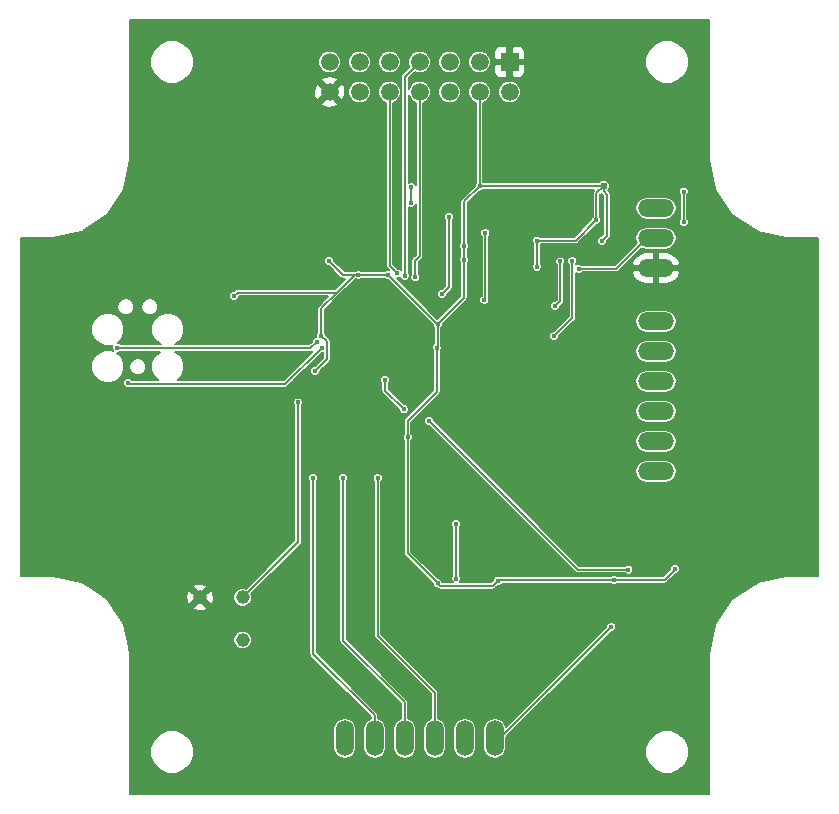
<source format=gbr>
G04 #@! TF.FileFunction,Copper,L2,Bot,Signal*
%FSLAX46Y46*%
G04 Gerber Fmt 4.6, Leading zero omitted, Abs format (unit mm)*
G04 Created by KiCad (PCBNEW 4.0.4-stable) date 10/14/16 17:41:50*
%MOMM*%
%LPD*%
G01*
G04 APERTURE LIST*
%ADD10C,0.100000*%
%ADD11O,3.014980X1.506220*%
%ADD12R,1.498600X1.498600*%
%ADD13C,1.498600*%
%ADD14O,1.506220X3.014980*%
%ADD15C,1.158000*%
%ADD16C,0.406400*%
%ADD17C,0.609600*%
%ADD18C,0.203200*%
%ADD19C,0.127000*%
G04 APERTURE END LIST*
D10*
D11*
X147015200Y-84759800D03*
X147015200Y-87299800D03*
X147015200Y-89839800D03*
X147015200Y-94361000D03*
X147015200Y-96901000D03*
X147015200Y-99441000D03*
X147015200Y-101981000D03*
X147015200Y-104521000D03*
X147015200Y-107061000D03*
D12*
X134620000Y-72390000D03*
D13*
X134620000Y-74930000D03*
X132080000Y-72390000D03*
X132080000Y-74930000D03*
X129540000Y-72390000D03*
X129540000Y-74930000D03*
X127000000Y-72390000D03*
X127000000Y-74930000D03*
X124460000Y-72390000D03*
X124460000Y-74930000D03*
X121920000Y-72390000D03*
X121920000Y-74930000D03*
X119380000Y-72390000D03*
X119380000Y-74930000D03*
D14*
X120650000Y-129667000D03*
X123190000Y-129667000D03*
X125730000Y-129667000D03*
X128270000Y-129667000D03*
X130810000Y-129667000D03*
X133350000Y-129667000D03*
D15*
X108422000Y-117729000D03*
X112014000Y-121321000D03*
X112014000Y-117729000D03*
D16*
X134848600Y-101447600D03*
X133197600Y-101447600D03*
X131419600Y-101447600D03*
X101396800Y-100025200D03*
X110185200Y-92456000D03*
X120497600Y-102641400D03*
X118160800Y-102666800D03*
X140893800Y-116992400D03*
X133527800Y-113436400D03*
X148285200Y-112903000D03*
X103327200Y-99085400D03*
X103428800Y-100558600D03*
X98958400Y-97561400D03*
X106248200Y-92456000D03*
X127863600Y-78079600D03*
X126365000Y-79502000D03*
X125145800Y-80721200D03*
X123444000Y-82423000D03*
X122478800Y-80619600D03*
X123494800Y-77495400D03*
X143891000Y-91008200D03*
X137134600Y-90881200D03*
X130479800Y-78587600D03*
X130429000Y-81026000D03*
X142417800Y-86487000D03*
X127076200Y-89433400D03*
X113741200Y-98196400D03*
X109448600Y-98247200D03*
X143459200Y-94056200D03*
X142036800Y-95453200D03*
X140690600Y-96697800D03*
X140919200Y-89281000D03*
X114604800Y-92430600D03*
X114935000Y-101396800D03*
X112522000Y-101396800D03*
X120319800Y-89230200D03*
X136677400Y-95605600D03*
X140131800Y-80162400D03*
X125012850Y-92883350D03*
X123725350Y-92883350D03*
X122437850Y-92883350D03*
X121150350Y-92883350D03*
X121150350Y-94170850D03*
X122437850Y-94170850D03*
X125012850Y-94170850D03*
X123725350Y-94170850D03*
X123725350Y-95458350D03*
X122437850Y-95458350D03*
X121150350Y-95458350D03*
X121150350Y-96745850D03*
X122437850Y-96745850D03*
X123725350Y-96745850D03*
X125012850Y-96745850D03*
X125012850Y-95458350D03*
X136983835Y-86541465D03*
X131802235Y-86846265D03*
X131394200Y-95554800D03*
X127711200Y-95681800D03*
X116763800Y-94945200D03*
X149352000Y-85953600D03*
X125984000Y-104140000D03*
X128524000Y-116535200D03*
X133629400Y-116306600D03*
X143459200Y-116230400D03*
X148640800Y-115341400D03*
X149352000Y-83362800D03*
X118160800Y-98552000D03*
X119329200Y-89230200D03*
X130760835Y-89128600D03*
X136956800Y-89712800D03*
X126288800Y-82981800D03*
X132080000Y-82905600D03*
X111302800Y-92227400D03*
X128529200Y-94564600D03*
X128458800Y-96564600D03*
D17*
X142570200Y-82905600D03*
D16*
X141960600Y-85750400D03*
X142417800Y-87553800D03*
X126290435Y-84306265D03*
X136958435Y-87506665D03*
X130760835Y-87989265D03*
X124333000Y-90424000D03*
X121818400Y-90424000D03*
X118668800Y-95554800D03*
X125755400Y-90474800D03*
X101371400Y-96570800D03*
X118287800Y-96088200D03*
X102311200Y-99568000D03*
X118694200Y-96570800D03*
X140462000Y-89890600D03*
X128905000Y-92049600D03*
X129489200Y-85521800D03*
X132486400Y-92557600D03*
X132564235Y-86846265D03*
X138404600Y-95580200D03*
X139928600Y-89255600D03*
X138479800Y-93064600D03*
X138912600Y-89281000D03*
X126644400Y-90627200D03*
X125120400Y-90297000D03*
X117983000Y-107594400D03*
X120523000Y-107594400D03*
X123444000Y-107619800D03*
X143230600Y-120218200D03*
X127787400Y-102768400D03*
X144678400Y-115366800D03*
X130073400Y-111531400D03*
X125653800Y-101803200D03*
X124079000Y-99339400D03*
X130098800Y-116128800D03*
X116713000Y-101219000D03*
D18*
X131394200Y-95554800D02*
X131394200Y-101422200D01*
X131394200Y-101422200D02*
X131419600Y-101447600D01*
X100838252Y-100558600D02*
X100863400Y-100558600D01*
X100863400Y-100558600D02*
X101396800Y-100025200D01*
X106248200Y-92456000D02*
X110185200Y-92456000D01*
X118160800Y-102666800D02*
X120472200Y-102666800D01*
X120472200Y-102666800D02*
X120497600Y-102641400D01*
X98958400Y-97561400D02*
X98958400Y-98678748D01*
X98958400Y-98678748D02*
X100838252Y-100558600D01*
X100838252Y-100558600D02*
X103428800Y-100558600D01*
X106248200Y-92456000D02*
X106045001Y-92252801D01*
X106045001Y-92252801D02*
X101244651Y-92252801D01*
X101244651Y-92252801D02*
X98958400Y-94539052D01*
X98958400Y-94539052D02*
X98958400Y-97561400D01*
X122478800Y-80619600D02*
X122478800Y-81457800D01*
X122478800Y-81457800D02*
X123444000Y-82423000D01*
X119380000Y-74930000D02*
X121945400Y-77495400D01*
X121945400Y-77495400D02*
X123494800Y-77495400D01*
X130429000Y-81026000D02*
X130429000Y-78638400D01*
X130429000Y-78638400D02*
X130479800Y-78587600D01*
X131802235Y-86846265D02*
X132310234Y-86338266D01*
X132310234Y-86338266D02*
X136780636Y-86338266D01*
X136780636Y-86338266D02*
X136983835Y-86541465D01*
X109448600Y-98247200D02*
X113690400Y-98247200D01*
X113690400Y-98247200D02*
X113741200Y-98196400D01*
X142036800Y-95453200D02*
X142062200Y-95453200D01*
X142062200Y-95453200D02*
X143459200Y-94056200D01*
X140690600Y-96697800D02*
X140792200Y-96697800D01*
X140792200Y-96697800D02*
X142036800Y-95453200D01*
X136677400Y-95605600D02*
X137769600Y-96697800D01*
X137769600Y-96697800D02*
X140690600Y-96697800D01*
X114604800Y-92607400D02*
X114604800Y-92430600D01*
X116763800Y-94945200D02*
X114604800Y-92786200D01*
X114604800Y-92786200D02*
X114604800Y-92607400D01*
X131394200Y-95554800D02*
X136626600Y-95554800D01*
X136626600Y-95554800D02*
X136677400Y-95605600D01*
X143459200Y-116230400D02*
X133705600Y-116230400D01*
X133705600Y-116230400D02*
X133629400Y-116306600D01*
X143459200Y-116230400D02*
X147751800Y-116230400D01*
X147751800Y-116230400D02*
X148437601Y-115544599D01*
X125984000Y-104140000D02*
X125984000Y-113995200D01*
X125984000Y-113995200D02*
X128524000Y-116535200D01*
X148437601Y-115544599D02*
X148640800Y-115341400D01*
X128524000Y-116535200D02*
X128727199Y-116738399D01*
X128727199Y-116738399D02*
X133197601Y-116738399D01*
X133197601Y-116738399D02*
X133426201Y-116509799D01*
X133426201Y-116509799D02*
X133629400Y-116306600D01*
X125984000Y-102793800D02*
X125984000Y-104140000D01*
X149352000Y-83362800D02*
X149352000Y-85953600D01*
X124333000Y-90424000D02*
X128473600Y-94564600D01*
X128473600Y-94564600D02*
X128529200Y-94564600D01*
X118668800Y-95554800D02*
X119151401Y-96037401D01*
X119151401Y-96037401D02*
X119151401Y-97561399D01*
X119151401Y-97561399D02*
X118160800Y-98552000D01*
X121818400Y-90424000D02*
X120523000Y-90424000D01*
X120523000Y-90424000D02*
X119329200Y-89230200D01*
X121818400Y-90424000D02*
X124333000Y-90424000D01*
X130760835Y-89128600D02*
X130760835Y-92332965D01*
X130760835Y-87989265D02*
X130760835Y-89128600D01*
X130760835Y-87989265D02*
X130760835Y-84224765D01*
X130760835Y-84224765D02*
X130793400Y-84192200D01*
X130793400Y-84192200D02*
X132080000Y-82905600D01*
X136958435Y-87506665D02*
X136958435Y-89711165D01*
X136958435Y-89711165D02*
X136956800Y-89712800D01*
X142570200Y-82905600D02*
X142570200Y-83336652D01*
X142875001Y-83641453D02*
X142875001Y-87096599D01*
X142570200Y-83336652D02*
X142875001Y-83641453D01*
X142875001Y-87096599D02*
X142620999Y-87350601D01*
X142620999Y-87350601D02*
X142417800Y-87553800D01*
X126288800Y-82981800D02*
X126288800Y-84304630D01*
X126288800Y-84304630D02*
X126290435Y-84306265D01*
X111607600Y-91922600D02*
X111302800Y-92227400D01*
X128458800Y-96564600D02*
X128458800Y-100319000D01*
X128458800Y-100319000D02*
X125984000Y-102793800D01*
X121488200Y-90424000D02*
X119989600Y-91922600D01*
X119989600Y-91922600D02*
X118668800Y-93243400D01*
X111607600Y-91922600D02*
X119989600Y-91922600D01*
X142570200Y-82905600D02*
X132080000Y-82905600D01*
X132080000Y-74930000D02*
X132080000Y-82905600D01*
X118668800Y-93243400D02*
X118668800Y-95554800D01*
X121818400Y-90424000D02*
X121488200Y-90424000D01*
X128529200Y-94564600D02*
X128529200Y-96494200D01*
X128529200Y-96494200D02*
X128458800Y-96564600D01*
X130760835Y-92332965D02*
X128529200Y-94564600D01*
X141960600Y-85750400D02*
X140204335Y-87506665D01*
X140204335Y-87506665D02*
X136958435Y-87506665D01*
X142570200Y-82905600D02*
X141960600Y-83515200D01*
X141960600Y-83515200D02*
X141960600Y-85750400D01*
X125755400Y-90474800D02*
X125755400Y-73634600D01*
X125755400Y-73634600D02*
X127000000Y-72390000D01*
X118287800Y-96088200D02*
X117754400Y-96621600D01*
X117754400Y-96621600D02*
X101422200Y-96621600D01*
X101422200Y-96621600D02*
X101371400Y-96570800D01*
X118694200Y-96570800D02*
X115627149Y-99637851D01*
X115627149Y-99637851D02*
X102381051Y-99637851D01*
X102381051Y-99637851D02*
X102311200Y-99568000D01*
X140462000Y-89890600D02*
X143670020Y-89890600D01*
X143670020Y-89890600D02*
X146260820Y-87299800D01*
X146260820Y-87299800D02*
X147015200Y-87299800D01*
X129489200Y-91160600D02*
X129489200Y-91465400D01*
X129489200Y-91465400D02*
X128905000Y-92049600D01*
X129489200Y-85521800D02*
X129489200Y-91160600D01*
X132564235Y-86846265D02*
X132564235Y-92479765D01*
X132564235Y-92479765D02*
X132486400Y-92557600D01*
X139928600Y-89255600D02*
X139928600Y-94056200D01*
X139928600Y-94056200D02*
X138404600Y-95580200D01*
X138912600Y-89281000D02*
X138912600Y-92631800D01*
X138912600Y-92631800D02*
X138479800Y-93064600D01*
X127000000Y-74930000D02*
X127000000Y-88832942D01*
X127000000Y-88832942D02*
X126618999Y-89213943D01*
X126618999Y-89213943D02*
X126618999Y-90601799D01*
X126618999Y-90601799D02*
X126644400Y-90627200D01*
X124460000Y-74930000D02*
X124460000Y-89636600D01*
X124460000Y-89636600D02*
X125120400Y-90297000D01*
X117983000Y-122504200D02*
X123190000Y-127711200D01*
X123190000Y-127711200D02*
X123190000Y-129667000D01*
X117983000Y-107594400D02*
X117983000Y-122504200D01*
X120523000Y-121386600D02*
X125730000Y-126593600D01*
X125730000Y-126593600D02*
X125730000Y-129667000D01*
X120523000Y-107594400D02*
X120523000Y-121386600D01*
X123444000Y-120954800D02*
X128270000Y-125780800D01*
X128270000Y-125780800D02*
X128270000Y-129667000D01*
X123444000Y-120802400D02*
X123444000Y-120904000D01*
X123444000Y-107619800D02*
X123444000Y-120802400D01*
X123444000Y-120802400D02*
X123444000Y-120954800D01*
X143230600Y-120218200D02*
X133781800Y-129667000D01*
X133781800Y-129667000D02*
X133350000Y-129667000D01*
X144678400Y-115366800D02*
X140385800Y-115366800D01*
X140385800Y-115366800D02*
X127787400Y-102768400D01*
X130098800Y-116128800D02*
X130098800Y-111556800D01*
X130098800Y-111556800D02*
X130073400Y-111531400D01*
X124079000Y-99339400D02*
X124079000Y-100228400D01*
X124079000Y-100228400D02*
X125653800Y-101803200D01*
X116713000Y-101219000D02*
X116713000Y-113030000D01*
X116713000Y-113030000D02*
X112014000Y-117729000D01*
D19*
G36*
X151499500Y-80645000D02*
X151504602Y-80670649D01*
X151504602Y-80696796D01*
X151987966Y-83126836D01*
X152011189Y-83182900D01*
X152027610Y-83222544D01*
X153404117Y-85282632D01*
X153477368Y-85355883D01*
X155537456Y-86732390D01*
X155633163Y-86772033D01*
X155633164Y-86772033D01*
X158063203Y-87255398D01*
X158089351Y-87255398D01*
X158115000Y-87260500D01*
X160770500Y-87260500D01*
X160770500Y-115939500D01*
X158115000Y-115939500D01*
X158089351Y-115944602D01*
X158063203Y-115944602D01*
X155633164Y-116427967D01*
X155633163Y-116427967D01*
X155537456Y-116467610D01*
X153477368Y-117844117D01*
X153404117Y-117917368D01*
X152027610Y-119977456D01*
X152027610Y-119977457D01*
X151987966Y-120073164D01*
X151504602Y-122503204D01*
X151504602Y-122529351D01*
X151499500Y-122555000D01*
X151499500Y-134354500D01*
X102500500Y-134354500D01*
X102500500Y-131174690D01*
X104203181Y-131174690D01*
X104482942Y-131851763D01*
X105000512Y-132370237D01*
X105677096Y-132651180D01*
X106409690Y-132651819D01*
X107086763Y-132372058D01*
X107605237Y-131854488D01*
X107886180Y-131177904D01*
X107886819Y-130445310D01*
X107607058Y-129768237D01*
X107089488Y-129249763D01*
X106412904Y-128968820D01*
X105680310Y-128968181D01*
X105003237Y-129247942D01*
X104484763Y-129765512D01*
X104203820Y-130442096D01*
X104203181Y-131174690D01*
X102500500Y-131174690D01*
X102500500Y-128878857D01*
X119680990Y-128878857D01*
X119680990Y-130455143D01*
X119754751Y-130825967D01*
X119964806Y-131140337D01*
X120279176Y-131350392D01*
X120650000Y-131424153D01*
X121020824Y-131350392D01*
X121335194Y-131140337D01*
X121545249Y-130825967D01*
X121619010Y-130455143D01*
X121619010Y-128878857D01*
X121545249Y-128508033D01*
X121335194Y-128193663D01*
X121020824Y-127983608D01*
X120650000Y-127909847D01*
X120279176Y-127983608D01*
X119964806Y-128193663D01*
X119754751Y-128508033D01*
X119680990Y-128878857D01*
X102500500Y-128878857D01*
X102500500Y-122555000D01*
X102495398Y-122529351D01*
X102495398Y-122503203D01*
X102291557Y-121478422D01*
X111218962Y-121478422D01*
X111339724Y-121770686D01*
X111563137Y-121994490D01*
X111855191Y-122115762D01*
X112171422Y-122116038D01*
X112463686Y-121995276D01*
X112687490Y-121771863D01*
X112808762Y-121479809D01*
X112809038Y-121163578D01*
X112688276Y-120871314D01*
X112464863Y-120647510D01*
X112172809Y-120526238D01*
X111856578Y-120525962D01*
X111564314Y-120646724D01*
X111340510Y-120870137D01*
X111219238Y-121162191D01*
X111218962Y-121478422D01*
X102291557Y-121478422D01*
X102012033Y-120073164D01*
X101972390Y-119977457D01*
X101972390Y-119977456D01*
X101038357Y-118579577D01*
X107840830Y-118579577D01*
X107895775Y-118777385D01*
X108337031Y-118898959D01*
X108791223Y-118842417D01*
X108948225Y-118777385D01*
X109003170Y-118579577D01*
X108422000Y-117998408D01*
X107840830Y-118579577D01*
X101038357Y-118579577D01*
X100595883Y-117917368D01*
X100522632Y-117844117D01*
X100223183Y-117644031D01*
X107252041Y-117644031D01*
X107308583Y-118098223D01*
X107373615Y-118255225D01*
X107571423Y-118310170D01*
X108152592Y-117729000D01*
X108691408Y-117729000D01*
X109272577Y-118310170D01*
X109470385Y-118255225D01*
X109571996Y-117886422D01*
X111218962Y-117886422D01*
X111339724Y-118178686D01*
X111563137Y-118402490D01*
X111855191Y-118523762D01*
X112171422Y-118524038D01*
X112463686Y-118403276D01*
X112687490Y-118179863D01*
X112808762Y-117887809D01*
X112809038Y-117571578D01*
X112753893Y-117438119D01*
X116937507Y-113254506D01*
X117006332Y-113151502D01*
X117030500Y-113030000D01*
X117030500Y-107677398D01*
X117563827Y-107677398D01*
X117627497Y-107831491D01*
X117665500Y-107869560D01*
X117665500Y-122504200D01*
X117689668Y-122625702D01*
X117758494Y-122728706D01*
X122872500Y-127842712D01*
X122872500Y-127973001D01*
X122819176Y-127983608D01*
X122504806Y-128193663D01*
X122294751Y-128508033D01*
X122220990Y-128878857D01*
X122220990Y-130455143D01*
X122294751Y-130825967D01*
X122504806Y-131140337D01*
X122819176Y-131350392D01*
X123190000Y-131424153D01*
X123560824Y-131350392D01*
X123875194Y-131140337D01*
X124085249Y-130825967D01*
X124159010Y-130455143D01*
X124159010Y-128878857D01*
X124085249Y-128508033D01*
X123875194Y-128193663D01*
X123560824Y-127983608D01*
X123507500Y-127973001D01*
X123507500Y-127711200D01*
X123483332Y-127589698D01*
X123414506Y-127486694D01*
X118300500Y-122372688D01*
X118300500Y-107869634D01*
X118338089Y-107832111D01*
X118402027Y-107678130D01*
X118402027Y-107677398D01*
X120103827Y-107677398D01*
X120167497Y-107831491D01*
X120205500Y-107869560D01*
X120205500Y-121386600D01*
X120224040Y-121479809D01*
X120229668Y-121508102D01*
X120298494Y-121611106D01*
X125412500Y-126725112D01*
X125412500Y-127973001D01*
X125359176Y-127983608D01*
X125044806Y-128193663D01*
X124834751Y-128508033D01*
X124760990Y-128878857D01*
X124760990Y-130455143D01*
X124834751Y-130825967D01*
X125044806Y-131140337D01*
X125359176Y-131350392D01*
X125730000Y-131424153D01*
X126100824Y-131350392D01*
X126415194Y-131140337D01*
X126625249Y-130825967D01*
X126699010Y-130455143D01*
X126699010Y-128878857D01*
X126625249Y-128508033D01*
X126415194Y-128193663D01*
X126100824Y-127983608D01*
X126047500Y-127973001D01*
X126047500Y-126593600D01*
X126023332Y-126472098D01*
X125954506Y-126369094D01*
X120840500Y-121255088D01*
X120840500Y-107869634D01*
X120878089Y-107832111D01*
X120931784Y-107702798D01*
X123024827Y-107702798D01*
X123088497Y-107856891D01*
X123126500Y-107894960D01*
X123126500Y-120954800D01*
X123140843Y-121026906D01*
X123150668Y-121076302D01*
X123219494Y-121179306D01*
X127952500Y-125912313D01*
X127952500Y-127973001D01*
X127899176Y-127983608D01*
X127584806Y-128193663D01*
X127374751Y-128508033D01*
X127300990Y-128878857D01*
X127300990Y-130455143D01*
X127374751Y-130825967D01*
X127584806Y-131140337D01*
X127899176Y-131350392D01*
X128270000Y-131424153D01*
X128640824Y-131350392D01*
X128955194Y-131140337D01*
X129165249Y-130825967D01*
X129239010Y-130455143D01*
X129239010Y-128878857D01*
X129840990Y-128878857D01*
X129840990Y-130455143D01*
X129914751Y-130825967D01*
X130124806Y-131140337D01*
X130439176Y-131350392D01*
X130810000Y-131424153D01*
X131180824Y-131350392D01*
X131495194Y-131140337D01*
X131705249Y-130825967D01*
X131779010Y-130455143D01*
X131779010Y-128878857D01*
X132380990Y-128878857D01*
X132380990Y-130455143D01*
X132454751Y-130825967D01*
X132664806Y-131140337D01*
X132979176Y-131350392D01*
X133350000Y-131424153D01*
X133720824Y-131350392D01*
X133983781Y-131174690D01*
X146113181Y-131174690D01*
X146392942Y-131851763D01*
X146910512Y-132370237D01*
X147587096Y-132651180D01*
X148319690Y-132651819D01*
X148996763Y-132372058D01*
X149515237Y-131854488D01*
X149796180Y-131177904D01*
X149796819Y-130445310D01*
X149517058Y-129768237D01*
X148999488Y-129249763D01*
X148322904Y-128968820D01*
X147590310Y-128968181D01*
X146913237Y-129247942D01*
X146394763Y-129765512D01*
X146113820Y-130442096D01*
X146113181Y-131174690D01*
X133983781Y-131174690D01*
X134035194Y-131140337D01*
X134245249Y-130825967D01*
X134319010Y-130455143D01*
X134319010Y-129578802D01*
X143260486Y-120637326D01*
X143313598Y-120637373D01*
X143467691Y-120573703D01*
X143585689Y-120455911D01*
X143649627Y-120301930D01*
X143649773Y-120135202D01*
X143586103Y-119981109D01*
X143468311Y-119863111D01*
X143314330Y-119799173D01*
X143147602Y-119799027D01*
X142993509Y-119862697D01*
X142875511Y-119980489D01*
X142811573Y-120134470D01*
X142811526Y-120188262D01*
X134286147Y-128713641D01*
X134245249Y-128508033D01*
X134035194Y-128193663D01*
X133720824Y-127983608D01*
X133350000Y-127909847D01*
X132979176Y-127983608D01*
X132664806Y-128193663D01*
X132454751Y-128508033D01*
X132380990Y-128878857D01*
X131779010Y-128878857D01*
X131705249Y-128508033D01*
X131495194Y-128193663D01*
X131180824Y-127983608D01*
X130810000Y-127909847D01*
X130439176Y-127983608D01*
X130124806Y-128193663D01*
X129914751Y-128508033D01*
X129840990Y-128878857D01*
X129239010Y-128878857D01*
X129165249Y-128508033D01*
X128955194Y-128193663D01*
X128640824Y-127983608D01*
X128587500Y-127973001D01*
X128587500Y-125780800D01*
X128563332Y-125659298D01*
X128494507Y-125556294D01*
X123761500Y-120823288D01*
X123761500Y-107895034D01*
X123799089Y-107857511D01*
X123863027Y-107703530D01*
X123863173Y-107536802D01*
X123799503Y-107382709D01*
X123681711Y-107264711D01*
X123527730Y-107200773D01*
X123361002Y-107200627D01*
X123206909Y-107264297D01*
X123088911Y-107382089D01*
X123024973Y-107536070D01*
X123024827Y-107702798D01*
X120931784Y-107702798D01*
X120942027Y-107678130D01*
X120942173Y-107511402D01*
X120878503Y-107357309D01*
X120760711Y-107239311D01*
X120606730Y-107175373D01*
X120440002Y-107175227D01*
X120285909Y-107238897D01*
X120167911Y-107356689D01*
X120103973Y-107510670D01*
X120103827Y-107677398D01*
X118402027Y-107677398D01*
X118402173Y-107511402D01*
X118338503Y-107357309D01*
X118220711Y-107239311D01*
X118066730Y-107175373D01*
X117900002Y-107175227D01*
X117745909Y-107238897D01*
X117627911Y-107356689D01*
X117563973Y-107510670D01*
X117563827Y-107677398D01*
X117030500Y-107677398D01*
X117030500Y-101494234D01*
X117068089Y-101456711D01*
X117132027Y-101302730D01*
X117132173Y-101136002D01*
X117068503Y-100981909D01*
X116950711Y-100863911D01*
X116796730Y-100799973D01*
X116630002Y-100799827D01*
X116475909Y-100863497D01*
X116357911Y-100981289D01*
X116293973Y-101135270D01*
X116293827Y-101301998D01*
X116357497Y-101456091D01*
X116395500Y-101494160D01*
X116395500Y-112898487D01*
X112304900Y-116989087D01*
X112172809Y-116934238D01*
X111856578Y-116933962D01*
X111564314Y-117054724D01*
X111340510Y-117278137D01*
X111219238Y-117570191D01*
X111218962Y-117886422D01*
X109571996Y-117886422D01*
X109591959Y-117813969D01*
X109535417Y-117359777D01*
X109470385Y-117202775D01*
X109272577Y-117147830D01*
X108691408Y-117729000D01*
X108152592Y-117729000D01*
X107571423Y-117147830D01*
X107373615Y-117202775D01*
X107252041Y-117644031D01*
X100223183Y-117644031D01*
X99077370Y-116878423D01*
X107840830Y-116878423D01*
X108422000Y-117459592D01*
X109003170Y-116878423D01*
X108948225Y-116680615D01*
X108506969Y-116559041D01*
X108052777Y-116615583D01*
X107895775Y-116680615D01*
X107840830Y-116878423D01*
X99077370Y-116878423D01*
X98462544Y-116467610D01*
X98411097Y-116446300D01*
X98366836Y-116427966D01*
X95936796Y-115944602D01*
X95910649Y-115944602D01*
X95885000Y-115939500D01*
X93229500Y-115939500D01*
X93229500Y-95299319D01*
X99205807Y-95299319D01*
X99419004Y-95815295D01*
X99813428Y-96210408D01*
X100329032Y-96424506D01*
X100887319Y-96424993D01*
X100996961Y-96379690D01*
X100952373Y-96487070D01*
X100952227Y-96653798D01*
X101015897Y-96807891D01*
X101080306Y-96872412D01*
X100889768Y-96793294D01*
X100331481Y-96792807D01*
X99815505Y-97006004D01*
X99420392Y-97400428D01*
X99206294Y-97916032D01*
X99205807Y-98474319D01*
X99419004Y-98990295D01*
X99813428Y-99385408D01*
X100329032Y-99599506D01*
X100887319Y-99599993D01*
X101403295Y-99386796D01*
X101798408Y-98992372D01*
X102012506Y-98476768D01*
X102012625Y-98339761D01*
X102425375Y-98339761D01*
X102535350Y-98605921D01*
X102738808Y-98809735D01*
X103004776Y-98920174D01*
X103292761Y-98920425D01*
X103558921Y-98810450D01*
X103762735Y-98606992D01*
X103873174Y-98341024D01*
X103873425Y-98053039D01*
X103763450Y-97786879D01*
X103559992Y-97583065D01*
X103294024Y-97472626D01*
X103006039Y-97472375D01*
X102739879Y-97582350D01*
X102536065Y-97785808D01*
X102425626Y-98051776D01*
X102425375Y-98339761D01*
X102012625Y-98339761D01*
X102012993Y-97918481D01*
X101799796Y-97402505D01*
X101405372Y-97007392D01*
X101363230Y-96989893D01*
X101454398Y-96989973D01*
X101577520Y-96939100D01*
X105057425Y-96939100D01*
X104895505Y-97006004D01*
X104500392Y-97400428D01*
X104286294Y-97916032D01*
X104285807Y-98474319D01*
X104499004Y-98990295D01*
X104828484Y-99320351D01*
X102656163Y-99320351D01*
X102548911Y-99212911D01*
X102394930Y-99148973D01*
X102228202Y-99148827D01*
X102074109Y-99212497D01*
X101956111Y-99330289D01*
X101892173Y-99484270D01*
X101892027Y-99650998D01*
X101955697Y-99805091D01*
X102073489Y-99923089D01*
X102227470Y-99987027D01*
X102394198Y-99987173D01*
X102471213Y-99955351D01*
X115627149Y-99955351D01*
X115748651Y-99931183D01*
X115851655Y-99862357D01*
X116291614Y-99422398D01*
X123659827Y-99422398D01*
X123723497Y-99576491D01*
X123761500Y-99614560D01*
X123761500Y-100228400D01*
X123782952Y-100336249D01*
X123785668Y-100349902D01*
X123854494Y-100452906D01*
X125234674Y-101833086D01*
X125234627Y-101886198D01*
X125298297Y-102040291D01*
X125416089Y-102158289D01*
X125570070Y-102222227D01*
X125736798Y-102222373D01*
X125890891Y-102158703D01*
X126008889Y-102040911D01*
X126072827Y-101886930D01*
X126072973Y-101720202D01*
X126009303Y-101566109D01*
X125891511Y-101448111D01*
X125737530Y-101384173D01*
X125683739Y-101384126D01*
X124396500Y-100096888D01*
X124396500Y-99614634D01*
X124434089Y-99577111D01*
X124498027Y-99423130D01*
X124498173Y-99256402D01*
X124434503Y-99102309D01*
X124316711Y-98984311D01*
X124162730Y-98920373D01*
X123996002Y-98920227D01*
X123841909Y-98983897D01*
X123723911Y-99101689D01*
X123659973Y-99255670D01*
X123659827Y-99422398D01*
X116291614Y-99422398D01*
X118724086Y-96989926D01*
X118777198Y-96989973D01*
X118833901Y-96966544D01*
X118833901Y-97429886D01*
X118130914Y-98132874D01*
X118077802Y-98132827D01*
X117923709Y-98196497D01*
X117805711Y-98314289D01*
X117741773Y-98468270D01*
X117741627Y-98634998D01*
X117805297Y-98789091D01*
X117923089Y-98907089D01*
X118077070Y-98971027D01*
X118243798Y-98971173D01*
X118397891Y-98907503D01*
X118515889Y-98789711D01*
X118579827Y-98635730D01*
X118579874Y-98581938D01*
X119375907Y-97785906D01*
X119444733Y-97682901D01*
X119468901Y-97561399D01*
X119468901Y-96037401D01*
X119444733Y-95915899D01*
X119375907Y-95812895D01*
X119087926Y-95524914D01*
X119087973Y-95471802D01*
X119024303Y-95317709D01*
X118986300Y-95279640D01*
X118986300Y-93374912D01*
X120214106Y-92147107D01*
X120214108Y-92147104D01*
X121581703Y-90779510D01*
X121734670Y-90843027D01*
X121901398Y-90843173D01*
X122055491Y-90779503D01*
X122093560Y-90741500D01*
X124057766Y-90741500D01*
X124095289Y-90779089D01*
X124249270Y-90843027D01*
X124303062Y-90843074D01*
X128111746Y-94651759D01*
X128173697Y-94801691D01*
X128211700Y-94839760D01*
X128211700Y-96219089D01*
X128103711Y-96326889D01*
X128039773Y-96480870D01*
X128039627Y-96647598D01*
X128103297Y-96801691D01*
X128141300Y-96839760D01*
X128141300Y-100187487D01*
X125759494Y-102569294D01*
X125690668Y-102672298D01*
X125666500Y-102793800D01*
X125666500Y-103864766D01*
X125628911Y-103902289D01*
X125564973Y-104056270D01*
X125564827Y-104222998D01*
X125628497Y-104377091D01*
X125666500Y-104415160D01*
X125666500Y-113995200D01*
X125690668Y-114116702D01*
X125759494Y-114219706D01*
X128104874Y-116565086D01*
X128104827Y-116618198D01*
X128168497Y-116772291D01*
X128286289Y-116890289D01*
X128440270Y-116954227D01*
X128494061Y-116954274D01*
X128502693Y-116962906D01*
X128605697Y-117031731D01*
X128727199Y-117055899D01*
X133197601Y-117055899D01*
X133319103Y-117031731D01*
X133422107Y-116962905D01*
X133650707Y-116734306D01*
X133650709Y-116734303D01*
X133659286Y-116725726D01*
X133712398Y-116725773D01*
X133866491Y-116662103D01*
X133980894Y-116547900D01*
X143183966Y-116547900D01*
X143221489Y-116585489D01*
X143375470Y-116649427D01*
X143542198Y-116649573D01*
X143696291Y-116585903D01*
X143734360Y-116547900D01*
X147751800Y-116547900D01*
X147873302Y-116523732D01*
X147976306Y-116454906D01*
X148670686Y-115760526D01*
X148723798Y-115760573D01*
X148877891Y-115696903D01*
X148995889Y-115579111D01*
X149059827Y-115425130D01*
X149059973Y-115258402D01*
X148996303Y-115104309D01*
X148878511Y-114986311D01*
X148724530Y-114922373D01*
X148557802Y-114922227D01*
X148403709Y-114985897D01*
X148285711Y-115103689D01*
X148221773Y-115257670D01*
X148221726Y-115311462D01*
X147620288Y-115912900D01*
X143734434Y-115912900D01*
X143696911Y-115875311D01*
X143542930Y-115811373D01*
X143376202Y-115811227D01*
X143222109Y-115874897D01*
X143184040Y-115912900D01*
X133774125Y-115912900D01*
X133713130Y-115887573D01*
X133546402Y-115887427D01*
X133392309Y-115951097D01*
X133274311Y-116068889D01*
X133210373Y-116222870D01*
X133210326Y-116276662D01*
X133201697Y-116285291D01*
X133201694Y-116285293D01*
X133066089Y-116420899D01*
X130399406Y-116420899D01*
X130453889Y-116366511D01*
X130517827Y-116212530D01*
X130517973Y-116045802D01*
X130454303Y-115891709D01*
X130416300Y-115853640D01*
X130416300Y-111781279D01*
X130428489Y-111769111D01*
X130492427Y-111615130D01*
X130492573Y-111448402D01*
X130428903Y-111294309D01*
X130311111Y-111176311D01*
X130157130Y-111112373D01*
X129990402Y-111112227D01*
X129836309Y-111175897D01*
X129718311Y-111293689D01*
X129654373Y-111447670D01*
X129654227Y-111614398D01*
X129717897Y-111768491D01*
X129781300Y-111832005D01*
X129781300Y-115853566D01*
X129743711Y-115891089D01*
X129679773Y-116045070D01*
X129679627Y-116211798D01*
X129743297Y-116365891D01*
X129798209Y-116420899D01*
X128930239Y-116420899D01*
X128879503Y-116298109D01*
X128761711Y-116180111D01*
X128607730Y-116116173D01*
X128553939Y-116116126D01*
X126301500Y-113863688D01*
X126301500Y-104415234D01*
X126339089Y-104377711D01*
X126403027Y-104223730D01*
X126403173Y-104057002D01*
X126339503Y-103902909D01*
X126301500Y-103864840D01*
X126301500Y-102925312D01*
X126375414Y-102851398D01*
X127368227Y-102851398D01*
X127431897Y-103005491D01*
X127549689Y-103123489D01*
X127703670Y-103187427D01*
X127757462Y-103187474D01*
X140161293Y-115591306D01*
X140181056Y-115604511D01*
X140264298Y-115660132D01*
X140385800Y-115684300D01*
X144403166Y-115684300D01*
X144440689Y-115721889D01*
X144594670Y-115785827D01*
X144761398Y-115785973D01*
X144915491Y-115722303D01*
X145033489Y-115604511D01*
X145097427Y-115450530D01*
X145097573Y-115283802D01*
X145033903Y-115129709D01*
X144916111Y-115011711D01*
X144762130Y-114947773D01*
X144595402Y-114947627D01*
X144441309Y-115011297D01*
X144403240Y-115049300D01*
X140517313Y-115049300D01*
X132529013Y-107061000D01*
X145258047Y-107061000D01*
X145331808Y-107431824D01*
X145541863Y-107746194D01*
X145856233Y-107956249D01*
X146227057Y-108030010D01*
X147803343Y-108030010D01*
X148174167Y-107956249D01*
X148488537Y-107746194D01*
X148698592Y-107431824D01*
X148772353Y-107061000D01*
X148698592Y-106690176D01*
X148488537Y-106375806D01*
X148174167Y-106165751D01*
X147803343Y-106091990D01*
X146227057Y-106091990D01*
X145856233Y-106165751D01*
X145541863Y-106375806D01*
X145331808Y-106690176D01*
X145258047Y-107061000D01*
X132529013Y-107061000D01*
X129989013Y-104521000D01*
X145258047Y-104521000D01*
X145331808Y-104891824D01*
X145541863Y-105206194D01*
X145856233Y-105416249D01*
X146227057Y-105490010D01*
X147803343Y-105490010D01*
X148174167Y-105416249D01*
X148488537Y-105206194D01*
X148698592Y-104891824D01*
X148772353Y-104521000D01*
X148698592Y-104150176D01*
X148488537Y-103835806D01*
X148174167Y-103625751D01*
X147803343Y-103551990D01*
X146227057Y-103551990D01*
X145856233Y-103625751D01*
X145541863Y-103835806D01*
X145331808Y-104150176D01*
X145258047Y-104521000D01*
X129989013Y-104521000D01*
X128206526Y-102738514D01*
X128206573Y-102685402D01*
X128142903Y-102531309D01*
X128025111Y-102413311D01*
X127871130Y-102349373D01*
X127704402Y-102349227D01*
X127550309Y-102412897D01*
X127432311Y-102530689D01*
X127368373Y-102684670D01*
X127368227Y-102851398D01*
X126375414Y-102851398D01*
X127245812Y-101981000D01*
X145258047Y-101981000D01*
X145331808Y-102351824D01*
X145541863Y-102666194D01*
X145856233Y-102876249D01*
X146227057Y-102950010D01*
X147803343Y-102950010D01*
X148174167Y-102876249D01*
X148488537Y-102666194D01*
X148698592Y-102351824D01*
X148772353Y-101981000D01*
X148698592Y-101610176D01*
X148488537Y-101295806D01*
X148174167Y-101085751D01*
X147803343Y-101011990D01*
X146227057Y-101011990D01*
X145856233Y-101085751D01*
X145541863Y-101295806D01*
X145331808Y-101610176D01*
X145258047Y-101981000D01*
X127245812Y-101981000D01*
X128683307Y-100543506D01*
X128752132Y-100440502D01*
X128776300Y-100319000D01*
X128776300Y-99441000D01*
X145258047Y-99441000D01*
X145331808Y-99811824D01*
X145541863Y-100126194D01*
X145856233Y-100336249D01*
X146227057Y-100410010D01*
X147803343Y-100410010D01*
X148174167Y-100336249D01*
X148488537Y-100126194D01*
X148698592Y-99811824D01*
X148772353Y-99441000D01*
X148698592Y-99070176D01*
X148488537Y-98755806D01*
X148174167Y-98545751D01*
X147803343Y-98471990D01*
X146227057Y-98471990D01*
X145856233Y-98545751D01*
X145541863Y-98755806D01*
X145331808Y-99070176D01*
X145258047Y-99441000D01*
X128776300Y-99441000D01*
X128776300Y-96901000D01*
X145258047Y-96901000D01*
X145331808Y-97271824D01*
X145541863Y-97586194D01*
X145856233Y-97796249D01*
X146227057Y-97870010D01*
X147803343Y-97870010D01*
X148174167Y-97796249D01*
X148488537Y-97586194D01*
X148698592Y-97271824D01*
X148772353Y-96901000D01*
X148698592Y-96530176D01*
X148488537Y-96215806D01*
X148174167Y-96005751D01*
X147803343Y-95931990D01*
X146227057Y-95931990D01*
X145856233Y-96005751D01*
X145541863Y-96215806D01*
X145331808Y-96530176D01*
X145258047Y-96901000D01*
X128776300Y-96901000D01*
X128776300Y-96839834D01*
X128813889Y-96802311D01*
X128877827Y-96648330D01*
X128877973Y-96481602D01*
X128846700Y-96405916D01*
X128846700Y-95663198D01*
X137985427Y-95663198D01*
X138049097Y-95817291D01*
X138166889Y-95935289D01*
X138320870Y-95999227D01*
X138487598Y-95999373D01*
X138641691Y-95935703D01*
X138759689Y-95817911D01*
X138823627Y-95663930D01*
X138823674Y-95610138D01*
X140072812Y-94361000D01*
X145258047Y-94361000D01*
X145331808Y-94731824D01*
X145541863Y-95046194D01*
X145856233Y-95256249D01*
X146227057Y-95330010D01*
X147803343Y-95330010D01*
X148174167Y-95256249D01*
X148488537Y-95046194D01*
X148698592Y-94731824D01*
X148772353Y-94361000D01*
X148698592Y-93990176D01*
X148488537Y-93675806D01*
X148174167Y-93465751D01*
X147803343Y-93391990D01*
X146227057Y-93391990D01*
X145856233Y-93465751D01*
X145541863Y-93675806D01*
X145331808Y-93990176D01*
X145258047Y-94361000D01*
X140072812Y-94361000D01*
X140153106Y-94280707D01*
X140221932Y-94177702D01*
X140228352Y-94145427D01*
X140246100Y-94056200D01*
X140246100Y-90254746D01*
X140378270Y-90309627D01*
X140544998Y-90309773D01*
X140699091Y-90246103D01*
X140712201Y-90233015D01*
X144995919Y-90233015D01*
X145189476Y-90641737D01*
X145577915Y-90990679D01*
X146070320Y-91164410D01*
X146824700Y-91164410D01*
X146824700Y-90030300D01*
X147205700Y-90030300D01*
X147205700Y-91164410D01*
X147960080Y-91164410D01*
X148452485Y-90990679D01*
X148840924Y-90641737D01*
X149034481Y-90233015D01*
X148935859Y-90030300D01*
X147205700Y-90030300D01*
X146824700Y-90030300D01*
X145094541Y-90030300D01*
X144995919Y-90233015D01*
X140712201Y-90233015D01*
X140737160Y-90208100D01*
X143670020Y-90208100D01*
X143791522Y-90183932D01*
X143894526Y-90115106D01*
X144563047Y-89446585D01*
X144995919Y-89446585D01*
X145094541Y-89649300D01*
X146824700Y-89649300D01*
X146824700Y-88515190D01*
X147205700Y-88515190D01*
X147205700Y-89649300D01*
X148935859Y-89649300D01*
X149034481Y-89446585D01*
X148840924Y-89037863D01*
X148452485Y-88688921D01*
X147960080Y-88515190D01*
X147205700Y-88515190D01*
X146824700Y-88515190D01*
X146070320Y-88515190D01*
X145577915Y-88688921D01*
X145189476Y-89037863D01*
X144995919Y-89446585D01*
X144563047Y-89446585D01*
X145831266Y-88178367D01*
X145856233Y-88195049D01*
X146227057Y-88268810D01*
X147803343Y-88268810D01*
X148174167Y-88195049D01*
X148488537Y-87984994D01*
X148698592Y-87670624D01*
X148772353Y-87299800D01*
X148698592Y-86928976D01*
X148488537Y-86614606D01*
X148174167Y-86404551D01*
X147803343Y-86330790D01*
X146227057Y-86330790D01*
X145856233Y-86404551D01*
X145541863Y-86614606D01*
X145331808Y-86928976D01*
X145258047Y-87299800D01*
X145331808Y-87670624D01*
X145375537Y-87736070D01*
X143538508Y-89573100D01*
X140737234Y-89573100D01*
X140699711Y-89535511D01*
X140545730Y-89471573D01*
X140379002Y-89471427D01*
X140253780Y-89523168D01*
X140283689Y-89493311D01*
X140347627Y-89339330D01*
X140347773Y-89172602D01*
X140284103Y-89018509D01*
X140166311Y-88900511D01*
X140012330Y-88836573D01*
X139845602Y-88836427D01*
X139691509Y-88900097D01*
X139573511Y-89017889D01*
X139509573Y-89171870D01*
X139509427Y-89338598D01*
X139573097Y-89492691D01*
X139611100Y-89530760D01*
X139611100Y-93924687D01*
X138374714Y-95161074D01*
X138321602Y-95161027D01*
X138167509Y-95224697D01*
X138049511Y-95342489D01*
X137985573Y-95496470D01*
X137985427Y-95663198D01*
X128846700Y-95663198D01*
X128846700Y-94839834D01*
X128884289Y-94802311D01*
X128948227Y-94648330D01*
X128948274Y-94594538D01*
X130395214Y-93147598D01*
X138060627Y-93147598D01*
X138124297Y-93301691D01*
X138242089Y-93419689D01*
X138396070Y-93483627D01*
X138562798Y-93483773D01*
X138716891Y-93420103D01*
X138834889Y-93302311D01*
X138898827Y-93148330D01*
X138898874Y-93094538D01*
X139137107Y-92856306D01*
X139205932Y-92753302D01*
X139230100Y-92631800D01*
X139230100Y-89556234D01*
X139267689Y-89518711D01*
X139331627Y-89364730D01*
X139331773Y-89198002D01*
X139268103Y-89043909D01*
X139150311Y-88925911D01*
X138996330Y-88861973D01*
X138829602Y-88861827D01*
X138675509Y-88925497D01*
X138557511Y-89043289D01*
X138493573Y-89197270D01*
X138493427Y-89363998D01*
X138557097Y-89518091D01*
X138595100Y-89556160D01*
X138595100Y-92500287D01*
X138449914Y-92645474D01*
X138396802Y-92645427D01*
X138242709Y-92709097D01*
X138124711Y-92826889D01*
X138060773Y-92980870D01*
X138060627Y-93147598D01*
X130395214Y-93147598D01*
X130902214Y-92640598D01*
X132067227Y-92640598D01*
X132130897Y-92794691D01*
X132248689Y-92912689D01*
X132402670Y-92976627D01*
X132569398Y-92976773D01*
X132723491Y-92913103D01*
X132841489Y-92795311D01*
X132905427Y-92641330D01*
X132905573Y-92474602D01*
X132881735Y-92416910D01*
X132881735Y-87121499D01*
X132919324Y-87083976D01*
X132983262Y-86929995D01*
X132983408Y-86763267D01*
X132919738Y-86609174D01*
X132801946Y-86491176D01*
X132647965Y-86427238D01*
X132481237Y-86427092D01*
X132327144Y-86490762D01*
X132209146Y-86608554D01*
X132145208Y-86762535D01*
X132145062Y-86929263D01*
X132208732Y-87083356D01*
X132246735Y-87121425D01*
X132246735Y-92204667D01*
X132131311Y-92319889D01*
X132067373Y-92473870D01*
X132067227Y-92640598D01*
X130902214Y-92640598D01*
X130985341Y-92557472D01*
X131054167Y-92454467D01*
X131064068Y-92404689D01*
X131078335Y-92332965D01*
X131078335Y-89403834D01*
X131115924Y-89366311D01*
X131179862Y-89212330D01*
X131180008Y-89045602D01*
X131116338Y-88891509D01*
X131078335Y-88853440D01*
X131078335Y-88264499D01*
X131115924Y-88226976D01*
X131179862Y-88072995D01*
X131180008Y-87906267D01*
X131116338Y-87752174D01*
X131078335Y-87714105D01*
X131078335Y-84356277D01*
X132109886Y-83324726D01*
X132162998Y-83324773D01*
X132317091Y-83261103D01*
X132355160Y-83223100D01*
X141803688Y-83223100D01*
X141736094Y-83290694D01*
X141667268Y-83393698D01*
X141643100Y-83515200D01*
X141643100Y-85475166D01*
X141605511Y-85512689D01*
X141541573Y-85666670D01*
X141541526Y-85720461D01*
X140072823Y-87189165D01*
X137233669Y-87189165D01*
X137196146Y-87151576D01*
X137042165Y-87087638D01*
X136875437Y-87087492D01*
X136721344Y-87151162D01*
X136603346Y-87268954D01*
X136539408Y-87422935D01*
X136539262Y-87589663D01*
X136602932Y-87743756D01*
X136640935Y-87781825D01*
X136640935Y-89435933D01*
X136601711Y-89475089D01*
X136537773Y-89629070D01*
X136537627Y-89795798D01*
X136601297Y-89949891D01*
X136719089Y-90067889D01*
X136873070Y-90131827D01*
X137039798Y-90131973D01*
X137193891Y-90068303D01*
X137311889Y-89950511D01*
X137375827Y-89796530D01*
X137375973Y-89629802D01*
X137312303Y-89475709D01*
X137275935Y-89439277D01*
X137275935Y-87824165D01*
X140204335Y-87824165D01*
X140325837Y-87799997D01*
X140428841Y-87731171D01*
X141990486Y-86169526D01*
X142043598Y-86169573D01*
X142197691Y-86105903D01*
X142315689Y-85988111D01*
X142379627Y-85834130D01*
X142379773Y-85667402D01*
X142316103Y-85513309D01*
X142278100Y-85475240D01*
X142278100Y-83646712D01*
X142354674Y-83570138D01*
X142557501Y-83772966D01*
X142557501Y-86965087D01*
X142396496Y-87126092D01*
X142396493Y-87126094D01*
X142387914Y-87134674D01*
X142334802Y-87134627D01*
X142180709Y-87198297D01*
X142062711Y-87316089D01*
X141998773Y-87470070D01*
X141998627Y-87636798D01*
X142062297Y-87790891D01*
X142180089Y-87908889D01*
X142334070Y-87972827D01*
X142500798Y-87972973D01*
X142654891Y-87909303D01*
X142772889Y-87791511D01*
X142836827Y-87637530D01*
X142836874Y-87583739D01*
X142845506Y-87575107D01*
X142845508Y-87575104D01*
X143099507Y-87321105D01*
X143168333Y-87218101D01*
X143172272Y-87198297D01*
X143192501Y-87096599D01*
X143192501Y-84759800D01*
X145258047Y-84759800D01*
X145331808Y-85130624D01*
X145541863Y-85444994D01*
X145856233Y-85655049D01*
X146227057Y-85728810D01*
X147803343Y-85728810D01*
X148174167Y-85655049D01*
X148488537Y-85444994D01*
X148698592Y-85130624D01*
X148772353Y-84759800D01*
X148698592Y-84388976D01*
X148488537Y-84074606D01*
X148174167Y-83864551D01*
X147803343Y-83790790D01*
X146227057Y-83790790D01*
X145856233Y-83864551D01*
X145541863Y-84074606D01*
X145331808Y-84388976D01*
X145258047Y-84759800D01*
X143192501Y-84759800D01*
X143192501Y-83641453D01*
X143168333Y-83519951D01*
X143165158Y-83515200D01*
X143118786Y-83445798D01*
X148932827Y-83445798D01*
X148996497Y-83599891D01*
X149034500Y-83637960D01*
X149034500Y-85678366D01*
X148996911Y-85715889D01*
X148932973Y-85869870D01*
X148932827Y-86036598D01*
X148996497Y-86190691D01*
X149114289Y-86308689D01*
X149268270Y-86372627D01*
X149434998Y-86372773D01*
X149589091Y-86309103D01*
X149707089Y-86191311D01*
X149771027Y-86037330D01*
X149771173Y-85870602D01*
X149707503Y-85716509D01*
X149669500Y-85678440D01*
X149669500Y-83638034D01*
X149707089Y-83600511D01*
X149771027Y-83446530D01*
X149771173Y-83279802D01*
X149707503Y-83125709D01*
X149589711Y-83007711D01*
X149435730Y-82943773D01*
X149269002Y-82943627D01*
X149114909Y-83007297D01*
X148996911Y-83125089D01*
X148932973Y-83279070D01*
X148932827Y-83445798D01*
X143118786Y-83445798D01*
X143099508Y-83416947D01*
X142947378Y-83264818D01*
X143011370Y-83200938D01*
X143090809Y-83009628D01*
X143090990Y-82802481D01*
X143011885Y-82611033D01*
X142865538Y-82464430D01*
X142674228Y-82384991D01*
X142467081Y-82384810D01*
X142275633Y-82463915D01*
X142151231Y-82588100D01*
X132397500Y-82588100D01*
X132397500Y-75843159D01*
X132626027Y-75748734D01*
X132897779Y-75477456D01*
X133045032Y-75122832D01*
X133045033Y-75121148D01*
X133654633Y-75121148D01*
X133801266Y-75476027D01*
X134072544Y-75747779D01*
X134427168Y-75895032D01*
X134811148Y-75895367D01*
X135166027Y-75748734D01*
X135437779Y-75477456D01*
X135585032Y-75122832D01*
X135585367Y-74738852D01*
X135438734Y-74383973D01*
X135167456Y-74112221D01*
X134812832Y-73964968D01*
X134428852Y-73964633D01*
X134073973Y-74111266D01*
X133802221Y-74382544D01*
X133654968Y-74737168D01*
X133654633Y-75121148D01*
X133045033Y-75121148D01*
X133045367Y-74738852D01*
X132898734Y-74383973D01*
X132627456Y-74112221D01*
X132272832Y-73964968D01*
X131888852Y-73964633D01*
X131533973Y-74111266D01*
X131262221Y-74382544D01*
X131114968Y-74737168D01*
X131114633Y-75121148D01*
X131261266Y-75476027D01*
X131532544Y-75747779D01*
X131762500Y-75843265D01*
X131762500Y-82630366D01*
X131724911Y-82667889D01*
X131660973Y-82821870D01*
X131660926Y-82875661D01*
X130568894Y-83967694D01*
X130536329Y-84000259D01*
X130467503Y-84103263D01*
X130443335Y-84224765D01*
X130443335Y-87714031D01*
X130405746Y-87751554D01*
X130341808Y-87905535D01*
X130341662Y-88072263D01*
X130405332Y-88226356D01*
X130443335Y-88264425D01*
X130443335Y-88853366D01*
X130405746Y-88890889D01*
X130341808Y-89044870D01*
X130341662Y-89211598D01*
X130405332Y-89365691D01*
X130443335Y-89403760D01*
X130443335Y-92201452D01*
X128501400Y-94143387D01*
X126490611Y-92132598D01*
X128485827Y-92132598D01*
X128549497Y-92286691D01*
X128667289Y-92404689D01*
X128821270Y-92468627D01*
X128987998Y-92468773D01*
X129142091Y-92405103D01*
X129260089Y-92287311D01*
X129324027Y-92133330D01*
X129324074Y-92079538D01*
X129713707Y-91689906D01*
X129782532Y-91586902D01*
X129806700Y-91465400D01*
X129806700Y-85797034D01*
X129844289Y-85759511D01*
X129908227Y-85605530D01*
X129908373Y-85438802D01*
X129844703Y-85284709D01*
X129726911Y-85166711D01*
X129572930Y-85102773D01*
X129406202Y-85102627D01*
X129252109Y-85166297D01*
X129134111Y-85284089D01*
X129070173Y-85438070D01*
X129070027Y-85604798D01*
X129133697Y-85758891D01*
X129171700Y-85796960D01*
X129171700Y-91333887D01*
X128875114Y-91630474D01*
X128822002Y-91630427D01*
X128667909Y-91694097D01*
X128549911Y-91811889D01*
X128485973Y-91965870D01*
X128485827Y-92132598D01*
X126490611Y-92132598D01*
X125074072Y-90716060D01*
X125203398Y-90716173D01*
X125357491Y-90652503D01*
X125370141Y-90639875D01*
X125399897Y-90711891D01*
X125517689Y-90829889D01*
X125671670Y-90893827D01*
X125838398Y-90893973D01*
X125992491Y-90830303D01*
X126110489Y-90712511D01*
X126174427Y-90558530D01*
X126174573Y-90391802D01*
X126110903Y-90237709D01*
X126072900Y-90199640D01*
X126072900Y-84669732D01*
X126206705Y-84725292D01*
X126373433Y-84725438D01*
X126527526Y-84661768D01*
X126645524Y-84543976D01*
X126682500Y-84454927D01*
X126682500Y-88701429D01*
X126394493Y-88989437D01*
X126325667Y-89092441D01*
X126301499Y-89213943D01*
X126301499Y-90377322D01*
X126289311Y-90389489D01*
X126225373Y-90543470D01*
X126225227Y-90710198D01*
X126288897Y-90864291D01*
X126406689Y-90982289D01*
X126560670Y-91046227D01*
X126727398Y-91046373D01*
X126881491Y-90982703D01*
X126999489Y-90864911D01*
X127063427Y-90710930D01*
X127063573Y-90544202D01*
X126999903Y-90390109D01*
X126936499Y-90326594D01*
X126936499Y-89345455D01*
X127224507Y-89057448D01*
X127293332Y-88954444D01*
X127317500Y-88832942D01*
X127317500Y-75843159D01*
X127546027Y-75748734D01*
X127817779Y-75477456D01*
X127965032Y-75122832D01*
X127965033Y-75121148D01*
X128574633Y-75121148D01*
X128721266Y-75476027D01*
X128992544Y-75747779D01*
X129347168Y-75895032D01*
X129731148Y-75895367D01*
X130086027Y-75748734D01*
X130357779Y-75477456D01*
X130505032Y-75122832D01*
X130505367Y-74738852D01*
X130358734Y-74383973D01*
X130087456Y-74112221D01*
X129732832Y-73964968D01*
X129348852Y-73964633D01*
X128993973Y-74111266D01*
X128722221Y-74382544D01*
X128574968Y-74737168D01*
X128574633Y-75121148D01*
X127965033Y-75121148D01*
X127965367Y-74738852D01*
X127818734Y-74383973D01*
X127547456Y-74112221D01*
X127192832Y-73964968D01*
X126808852Y-73964633D01*
X126453973Y-74111266D01*
X126182221Y-74382544D01*
X126072900Y-74645818D01*
X126072900Y-73766112D01*
X126578805Y-73260207D01*
X126807168Y-73355032D01*
X127191148Y-73355367D01*
X127546027Y-73208734D01*
X127817779Y-72937456D01*
X127965032Y-72582832D01*
X127965033Y-72581148D01*
X128574633Y-72581148D01*
X128721266Y-72936027D01*
X128992544Y-73207779D01*
X129347168Y-73355032D01*
X129731148Y-73355367D01*
X130086027Y-73208734D01*
X130357779Y-72937456D01*
X130505032Y-72582832D01*
X130505033Y-72581148D01*
X131114633Y-72581148D01*
X131261266Y-72936027D01*
X131532544Y-73207779D01*
X131887168Y-73355032D01*
X132271148Y-73355367D01*
X132626027Y-73208734D01*
X132897779Y-72937456D01*
X132986673Y-72723375D01*
X133299200Y-72723375D01*
X133299200Y-73252979D01*
X133386206Y-73463029D01*
X133546972Y-73623794D01*
X133757022Y-73710800D01*
X134286625Y-73710800D01*
X134429500Y-73567925D01*
X134429500Y-72580500D01*
X134810500Y-72580500D01*
X134810500Y-73567925D01*
X134953375Y-73710800D01*
X135482978Y-73710800D01*
X135693028Y-73623794D01*
X135853794Y-73463029D01*
X135940800Y-73252979D01*
X135940800Y-72754690D01*
X146113181Y-72754690D01*
X146392942Y-73431763D01*
X146910512Y-73950237D01*
X147587096Y-74231180D01*
X148319690Y-74231819D01*
X148996763Y-73952058D01*
X149515237Y-73434488D01*
X149796180Y-72757904D01*
X149796819Y-72025310D01*
X149517058Y-71348237D01*
X148999488Y-70829763D01*
X148322904Y-70548820D01*
X147590310Y-70548181D01*
X146913237Y-70827942D01*
X146394763Y-71345512D01*
X146113820Y-72022096D01*
X146113181Y-72754690D01*
X135940800Y-72754690D01*
X135940800Y-72723375D01*
X135797925Y-72580500D01*
X134810500Y-72580500D01*
X134429500Y-72580500D01*
X133442075Y-72580500D01*
X133299200Y-72723375D01*
X132986673Y-72723375D01*
X133045032Y-72582832D01*
X133045367Y-72198852D01*
X132898734Y-71843973D01*
X132627456Y-71572221D01*
X132518603Y-71527021D01*
X133299200Y-71527021D01*
X133299200Y-72056625D01*
X133442075Y-72199500D01*
X134429500Y-72199500D01*
X134429500Y-71212075D01*
X134810500Y-71212075D01*
X134810500Y-72199500D01*
X135797925Y-72199500D01*
X135940800Y-72056625D01*
X135940800Y-71527021D01*
X135853794Y-71316971D01*
X135693028Y-71156206D01*
X135482978Y-71069200D01*
X134953375Y-71069200D01*
X134810500Y-71212075D01*
X134429500Y-71212075D01*
X134286625Y-71069200D01*
X133757022Y-71069200D01*
X133546972Y-71156206D01*
X133386206Y-71316971D01*
X133299200Y-71527021D01*
X132518603Y-71527021D01*
X132272832Y-71424968D01*
X131888852Y-71424633D01*
X131533973Y-71571266D01*
X131262221Y-71842544D01*
X131114968Y-72197168D01*
X131114633Y-72581148D01*
X130505033Y-72581148D01*
X130505367Y-72198852D01*
X130358734Y-71843973D01*
X130087456Y-71572221D01*
X129732832Y-71424968D01*
X129348852Y-71424633D01*
X128993973Y-71571266D01*
X128722221Y-71842544D01*
X128574968Y-72197168D01*
X128574633Y-72581148D01*
X127965033Y-72581148D01*
X127965367Y-72198852D01*
X127818734Y-71843973D01*
X127547456Y-71572221D01*
X127192832Y-71424968D01*
X126808852Y-71424633D01*
X126453973Y-71571266D01*
X126182221Y-71842544D01*
X126034968Y-72197168D01*
X126034633Y-72581148D01*
X126129717Y-72811270D01*
X125530894Y-73410094D01*
X125462068Y-73513098D01*
X125437900Y-73634600D01*
X125437900Y-90021840D01*
X125358111Y-89941911D01*
X125204130Y-89877973D01*
X125150339Y-89877926D01*
X124777500Y-89505088D01*
X124777500Y-75843159D01*
X125006027Y-75748734D01*
X125277779Y-75477456D01*
X125425032Y-75122832D01*
X125425367Y-74738852D01*
X125278734Y-74383973D01*
X125007456Y-74112221D01*
X124652832Y-73964968D01*
X124268852Y-73964633D01*
X123913973Y-74111266D01*
X123642221Y-74382544D01*
X123494968Y-74737168D01*
X123494633Y-75121148D01*
X123641266Y-75476027D01*
X123912544Y-75747779D01*
X124142500Y-75843265D01*
X124142500Y-89636600D01*
X124157332Y-89711165D01*
X124166668Y-89758102D01*
X124235494Y-89861106D01*
X124379328Y-90004940D01*
X124250002Y-90004827D01*
X124095909Y-90068497D01*
X124057840Y-90106500D01*
X122093634Y-90106500D01*
X122056111Y-90068911D01*
X121902130Y-90004973D01*
X121735402Y-90004827D01*
X121581309Y-90068497D01*
X121543240Y-90106500D01*
X120654513Y-90106500D01*
X119748326Y-89200314D01*
X119748373Y-89147202D01*
X119684703Y-88993109D01*
X119566911Y-88875111D01*
X119412930Y-88811173D01*
X119246202Y-88811027D01*
X119092109Y-88874697D01*
X118974111Y-88992489D01*
X118910173Y-89146470D01*
X118910027Y-89313198D01*
X118973697Y-89467291D01*
X119091489Y-89585289D01*
X119245470Y-89649227D01*
X119299262Y-89649274D01*
X120298493Y-90648506D01*
X120390821Y-90710198D01*
X120401498Y-90717332D01*
X120523000Y-90741500D01*
X120721687Y-90741500D01*
X119858088Y-91605100D01*
X111607600Y-91605100D01*
X111486098Y-91629268D01*
X111383093Y-91698094D01*
X111272914Y-91808274D01*
X111219802Y-91808227D01*
X111065709Y-91871897D01*
X110947711Y-91989689D01*
X110883773Y-92143670D01*
X110883627Y-92310398D01*
X110947297Y-92464491D01*
X111065089Y-92582489D01*
X111219070Y-92646427D01*
X111385798Y-92646573D01*
X111539891Y-92582903D01*
X111657889Y-92465111D01*
X111721827Y-92311130D01*
X111721874Y-92257339D01*
X111739113Y-92240100D01*
X119223087Y-92240100D01*
X118444294Y-93018894D01*
X118375468Y-93121898D01*
X118351300Y-93243400D01*
X118351300Y-95279566D01*
X118313711Y-95317089D01*
X118249773Y-95471070D01*
X118249627Y-95637798D01*
X118262551Y-95669078D01*
X118204802Y-95669027D01*
X118050709Y-95732697D01*
X117932711Y-95850489D01*
X117868773Y-96004470D01*
X117868726Y-96058261D01*
X117622888Y-96304100D01*
X106259902Y-96304100D01*
X106483295Y-96211796D01*
X106878408Y-95817372D01*
X107092506Y-95301768D01*
X107092993Y-94743481D01*
X106879796Y-94227505D01*
X106485372Y-93832392D01*
X105969768Y-93618294D01*
X105411481Y-93617807D01*
X104895505Y-93831004D01*
X104500392Y-94225428D01*
X104286294Y-94741032D01*
X104285807Y-95299319D01*
X104499004Y-95815295D01*
X104893428Y-96210408D01*
X105119063Y-96304100D01*
X101697346Y-96304100D01*
X101609111Y-96215711D01*
X101460987Y-96154205D01*
X101798408Y-95817372D01*
X102012506Y-95301768D01*
X102012993Y-94743481D01*
X101799796Y-94227505D01*
X101405372Y-93832392D01*
X100889768Y-93618294D01*
X100331481Y-93617807D01*
X99815505Y-93831004D01*
X99420392Y-94225428D01*
X99206294Y-94741032D01*
X99205807Y-95299319D01*
X93229500Y-95299319D01*
X93229500Y-93259761D01*
X101409375Y-93259761D01*
X101519350Y-93525921D01*
X101722808Y-93729735D01*
X101988776Y-93840174D01*
X102276761Y-93840425D01*
X102542921Y-93730450D01*
X102746735Y-93526992D01*
X102857174Y-93261024D01*
X102857175Y-93259761D01*
X103441375Y-93259761D01*
X103551350Y-93525921D01*
X103754808Y-93729735D01*
X104020776Y-93840174D01*
X104308761Y-93840425D01*
X104574921Y-93730450D01*
X104778735Y-93526992D01*
X104889174Y-93261024D01*
X104889425Y-92973039D01*
X104779450Y-92706879D01*
X104575992Y-92503065D01*
X104310024Y-92392626D01*
X104022039Y-92392375D01*
X103755879Y-92502350D01*
X103552065Y-92705808D01*
X103441626Y-92971776D01*
X103441375Y-93259761D01*
X102857175Y-93259761D01*
X102857425Y-92973039D01*
X102747450Y-92706879D01*
X102543992Y-92503065D01*
X102278024Y-92392626D01*
X101990039Y-92392375D01*
X101723879Y-92502350D01*
X101520065Y-92705808D01*
X101409626Y-92971776D01*
X101409375Y-93259761D01*
X93229500Y-93259761D01*
X93229500Y-87260500D01*
X95885000Y-87260500D01*
X95910649Y-87255398D01*
X95936796Y-87255398D01*
X98366836Y-86772034D01*
X98422900Y-86748811D01*
X98462544Y-86732390D01*
X100522632Y-85355883D01*
X100595883Y-85282632D01*
X101972390Y-83222544D01*
X102012033Y-83126837D01*
X102012033Y-83126836D01*
X102495398Y-80696797D01*
X102495398Y-80670649D01*
X102500500Y-80645000D01*
X102500500Y-75905194D01*
X118674214Y-75905194D01*
X118750522Y-76120501D01*
X119254023Y-76270771D01*
X119776703Y-76216919D01*
X120009478Y-76120501D01*
X120085786Y-75905194D01*
X119380000Y-75199408D01*
X118674214Y-75905194D01*
X102500500Y-75905194D01*
X102500500Y-74804023D01*
X118039229Y-74804023D01*
X118093081Y-75326703D01*
X118189499Y-75559478D01*
X118404806Y-75635786D01*
X119110592Y-74930000D01*
X119649408Y-74930000D01*
X120355194Y-75635786D01*
X120570501Y-75559478D01*
X120701320Y-75121148D01*
X120954633Y-75121148D01*
X121101266Y-75476027D01*
X121372544Y-75747779D01*
X121727168Y-75895032D01*
X122111148Y-75895367D01*
X122466027Y-75748734D01*
X122737779Y-75477456D01*
X122885032Y-75122832D01*
X122885367Y-74738852D01*
X122738734Y-74383973D01*
X122467456Y-74112221D01*
X122112832Y-73964968D01*
X121728852Y-73964633D01*
X121373973Y-74111266D01*
X121102221Y-74382544D01*
X120954968Y-74737168D01*
X120954633Y-75121148D01*
X120701320Y-75121148D01*
X120720771Y-75055977D01*
X120666919Y-74533297D01*
X120570501Y-74300522D01*
X120355194Y-74224214D01*
X119649408Y-74930000D01*
X119110592Y-74930000D01*
X118404806Y-74224214D01*
X118189499Y-74300522D01*
X118039229Y-74804023D01*
X102500500Y-74804023D01*
X102500500Y-72754690D01*
X104203181Y-72754690D01*
X104482942Y-73431763D01*
X105000512Y-73950237D01*
X105677096Y-74231180D01*
X106409690Y-74231819D01*
X107080112Y-73954806D01*
X118674214Y-73954806D01*
X119380000Y-74660592D01*
X120085786Y-73954806D01*
X120009478Y-73739499D01*
X119505977Y-73589229D01*
X118983297Y-73643081D01*
X118750522Y-73739499D01*
X118674214Y-73954806D01*
X107080112Y-73954806D01*
X107086763Y-73952058D01*
X107605237Y-73434488D01*
X107886180Y-72757904D01*
X107886334Y-72581148D01*
X118414633Y-72581148D01*
X118561266Y-72936027D01*
X118832544Y-73207779D01*
X119187168Y-73355032D01*
X119571148Y-73355367D01*
X119926027Y-73208734D01*
X120197779Y-72937456D01*
X120345032Y-72582832D01*
X120345033Y-72581148D01*
X120954633Y-72581148D01*
X121101266Y-72936027D01*
X121372544Y-73207779D01*
X121727168Y-73355032D01*
X122111148Y-73355367D01*
X122466027Y-73208734D01*
X122737779Y-72937456D01*
X122885032Y-72582832D01*
X122885033Y-72581148D01*
X123494633Y-72581148D01*
X123641266Y-72936027D01*
X123912544Y-73207779D01*
X124267168Y-73355032D01*
X124651148Y-73355367D01*
X125006027Y-73208734D01*
X125277779Y-72937456D01*
X125425032Y-72582832D01*
X125425367Y-72198852D01*
X125278734Y-71843973D01*
X125007456Y-71572221D01*
X124652832Y-71424968D01*
X124268852Y-71424633D01*
X123913973Y-71571266D01*
X123642221Y-71842544D01*
X123494968Y-72197168D01*
X123494633Y-72581148D01*
X122885033Y-72581148D01*
X122885367Y-72198852D01*
X122738734Y-71843973D01*
X122467456Y-71572221D01*
X122112832Y-71424968D01*
X121728852Y-71424633D01*
X121373973Y-71571266D01*
X121102221Y-71842544D01*
X120954968Y-72197168D01*
X120954633Y-72581148D01*
X120345033Y-72581148D01*
X120345367Y-72198852D01*
X120198734Y-71843973D01*
X119927456Y-71572221D01*
X119572832Y-71424968D01*
X119188852Y-71424633D01*
X118833973Y-71571266D01*
X118562221Y-71842544D01*
X118414968Y-72197168D01*
X118414633Y-72581148D01*
X107886334Y-72581148D01*
X107886819Y-72025310D01*
X107607058Y-71348237D01*
X107089488Y-70829763D01*
X106412904Y-70548820D01*
X105680310Y-70548181D01*
X105003237Y-70827942D01*
X104484763Y-71345512D01*
X104203820Y-72022096D01*
X104203181Y-72754690D01*
X102500500Y-72754690D01*
X102500500Y-68845500D01*
X151499500Y-68845500D01*
X151499500Y-80645000D01*
X151499500Y-80645000D01*
G37*
X151499500Y-80645000D02*
X151504602Y-80670649D01*
X151504602Y-80696796D01*
X151987966Y-83126836D01*
X152011189Y-83182900D01*
X152027610Y-83222544D01*
X153404117Y-85282632D01*
X153477368Y-85355883D01*
X155537456Y-86732390D01*
X155633163Y-86772033D01*
X155633164Y-86772033D01*
X158063203Y-87255398D01*
X158089351Y-87255398D01*
X158115000Y-87260500D01*
X160770500Y-87260500D01*
X160770500Y-115939500D01*
X158115000Y-115939500D01*
X158089351Y-115944602D01*
X158063203Y-115944602D01*
X155633164Y-116427967D01*
X155633163Y-116427967D01*
X155537456Y-116467610D01*
X153477368Y-117844117D01*
X153404117Y-117917368D01*
X152027610Y-119977456D01*
X152027610Y-119977457D01*
X151987966Y-120073164D01*
X151504602Y-122503204D01*
X151504602Y-122529351D01*
X151499500Y-122555000D01*
X151499500Y-134354500D01*
X102500500Y-134354500D01*
X102500500Y-131174690D01*
X104203181Y-131174690D01*
X104482942Y-131851763D01*
X105000512Y-132370237D01*
X105677096Y-132651180D01*
X106409690Y-132651819D01*
X107086763Y-132372058D01*
X107605237Y-131854488D01*
X107886180Y-131177904D01*
X107886819Y-130445310D01*
X107607058Y-129768237D01*
X107089488Y-129249763D01*
X106412904Y-128968820D01*
X105680310Y-128968181D01*
X105003237Y-129247942D01*
X104484763Y-129765512D01*
X104203820Y-130442096D01*
X104203181Y-131174690D01*
X102500500Y-131174690D01*
X102500500Y-128878857D01*
X119680990Y-128878857D01*
X119680990Y-130455143D01*
X119754751Y-130825967D01*
X119964806Y-131140337D01*
X120279176Y-131350392D01*
X120650000Y-131424153D01*
X121020824Y-131350392D01*
X121335194Y-131140337D01*
X121545249Y-130825967D01*
X121619010Y-130455143D01*
X121619010Y-128878857D01*
X121545249Y-128508033D01*
X121335194Y-128193663D01*
X121020824Y-127983608D01*
X120650000Y-127909847D01*
X120279176Y-127983608D01*
X119964806Y-128193663D01*
X119754751Y-128508033D01*
X119680990Y-128878857D01*
X102500500Y-128878857D01*
X102500500Y-122555000D01*
X102495398Y-122529351D01*
X102495398Y-122503203D01*
X102291557Y-121478422D01*
X111218962Y-121478422D01*
X111339724Y-121770686D01*
X111563137Y-121994490D01*
X111855191Y-122115762D01*
X112171422Y-122116038D01*
X112463686Y-121995276D01*
X112687490Y-121771863D01*
X112808762Y-121479809D01*
X112809038Y-121163578D01*
X112688276Y-120871314D01*
X112464863Y-120647510D01*
X112172809Y-120526238D01*
X111856578Y-120525962D01*
X111564314Y-120646724D01*
X111340510Y-120870137D01*
X111219238Y-121162191D01*
X111218962Y-121478422D01*
X102291557Y-121478422D01*
X102012033Y-120073164D01*
X101972390Y-119977457D01*
X101972390Y-119977456D01*
X101038357Y-118579577D01*
X107840830Y-118579577D01*
X107895775Y-118777385D01*
X108337031Y-118898959D01*
X108791223Y-118842417D01*
X108948225Y-118777385D01*
X109003170Y-118579577D01*
X108422000Y-117998408D01*
X107840830Y-118579577D01*
X101038357Y-118579577D01*
X100595883Y-117917368D01*
X100522632Y-117844117D01*
X100223183Y-117644031D01*
X107252041Y-117644031D01*
X107308583Y-118098223D01*
X107373615Y-118255225D01*
X107571423Y-118310170D01*
X108152592Y-117729000D01*
X108691408Y-117729000D01*
X109272577Y-118310170D01*
X109470385Y-118255225D01*
X109571996Y-117886422D01*
X111218962Y-117886422D01*
X111339724Y-118178686D01*
X111563137Y-118402490D01*
X111855191Y-118523762D01*
X112171422Y-118524038D01*
X112463686Y-118403276D01*
X112687490Y-118179863D01*
X112808762Y-117887809D01*
X112809038Y-117571578D01*
X112753893Y-117438119D01*
X116937507Y-113254506D01*
X117006332Y-113151502D01*
X117030500Y-113030000D01*
X117030500Y-107677398D01*
X117563827Y-107677398D01*
X117627497Y-107831491D01*
X117665500Y-107869560D01*
X117665500Y-122504200D01*
X117689668Y-122625702D01*
X117758494Y-122728706D01*
X122872500Y-127842712D01*
X122872500Y-127973001D01*
X122819176Y-127983608D01*
X122504806Y-128193663D01*
X122294751Y-128508033D01*
X122220990Y-128878857D01*
X122220990Y-130455143D01*
X122294751Y-130825967D01*
X122504806Y-131140337D01*
X122819176Y-131350392D01*
X123190000Y-131424153D01*
X123560824Y-131350392D01*
X123875194Y-131140337D01*
X124085249Y-130825967D01*
X124159010Y-130455143D01*
X124159010Y-128878857D01*
X124085249Y-128508033D01*
X123875194Y-128193663D01*
X123560824Y-127983608D01*
X123507500Y-127973001D01*
X123507500Y-127711200D01*
X123483332Y-127589698D01*
X123414506Y-127486694D01*
X118300500Y-122372688D01*
X118300500Y-107869634D01*
X118338089Y-107832111D01*
X118402027Y-107678130D01*
X118402027Y-107677398D01*
X120103827Y-107677398D01*
X120167497Y-107831491D01*
X120205500Y-107869560D01*
X120205500Y-121386600D01*
X120224040Y-121479809D01*
X120229668Y-121508102D01*
X120298494Y-121611106D01*
X125412500Y-126725112D01*
X125412500Y-127973001D01*
X125359176Y-127983608D01*
X125044806Y-128193663D01*
X124834751Y-128508033D01*
X124760990Y-128878857D01*
X124760990Y-130455143D01*
X124834751Y-130825967D01*
X125044806Y-131140337D01*
X125359176Y-131350392D01*
X125730000Y-131424153D01*
X126100824Y-131350392D01*
X126415194Y-131140337D01*
X126625249Y-130825967D01*
X126699010Y-130455143D01*
X126699010Y-128878857D01*
X126625249Y-128508033D01*
X126415194Y-128193663D01*
X126100824Y-127983608D01*
X126047500Y-127973001D01*
X126047500Y-126593600D01*
X126023332Y-126472098D01*
X125954506Y-126369094D01*
X120840500Y-121255088D01*
X120840500Y-107869634D01*
X120878089Y-107832111D01*
X120931784Y-107702798D01*
X123024827Y-107702798D01*
X123088497Y-107856891D01*
X123126500Y-107894960D01*
X123126500Y-120954800D01*
X123140843Y-121026906D01*
X123150668Y-121076302D01*
X123219494Y-121179306D01*
X127952500Y-125912313D01*
X127952500Y-127973001D01*
X127899176Y-127983608D01*
X127584806Y-128193663D01*
X127374751Y-128508033D01*
X127300990Y-128878857D01*
X127300990Y-130455143D01*
X127374751Y-130825967D01*
X127584806Y-131140337D01*
X127899176Y-131350392D01*
X128270000Y-131424153D01*
X128640824Y-131350392D01*
X128955194Y-131140337D01*
X129165249Y-130825967D01*
X129239010Y-130455143D01*
X129239010Y-128878857D01*
X129840990Y-128878857D01*
X129840990Y-130455143D01*
X129914751Y-130825967D01*
X130124806Y-131140337D01*
X130439176Y-131350392D01*
X130810000Y-131424153D01*
X131180824Y-131350392D01*
X131495194Y-131140337D01*
X131705249Y-130825967D01*
X131779010Y-130455143D01*
X131779010Y-128878857D01*
X132380990Y-128878857D01*
X132380990Y-130455143D01*
X132454751Y-130825967D01*
X132664806Y-131140337D01*
X132979176Y-131350392D01*
X133350000Y-131424153D01*
X133720824Y-131350392D01*
X133983781Y-131174690D01*
X146113181Y-131174690D01*
X146392942Y-131851763D01*
X146910512Y-132370237D01*
X147587096Y-132651180D01*
X148319690Y-132651819D01*
X148996763Y-132372058D01*
X149515237Y-131854488D01*
X149796180Y-131177904D01*
X149796819Y-130445310D01*
X149517058Y-129768237D01*
X148999488Y-129249763D01*
X148322904Y-128968820D01*
X147590310Y-128968181D01*
X146913237Y-129247942D01*
X146394763Y-129765512D01*
X146113820Y-130442096D01*
X146113181Y-131174690D01*
X133983781Y-131174690D01*
X134035194Y-131140337D01*
X134245249Y-130825967D01*
X134319010Y-130455143D01*
X134319010Y-129578802D01*
X143260486Y-120637326D01*
X143313598Y-120637373D01*
X143467691Y-120573703D01*
X143585689Y-120455911D01*
X143649627Y-120301930D01*
X143649773Y-120135202D01*
X143586103Y-119981109D01*
X143468311Y-119863111D01*
X143314330Y-119799173D01*
X143147602Y-119799027D01*
X142993509Y-119862697D01*
X142875511Y-119980489D01*
X142811573Y-120134470D01*
X142811526Y-120188262D01*
X134286147Y-128713641D01*
X134245249Y-128508033D01*
X134035194Y-128193663D01*
X133720824Y-127983608D01*
X133350000Y-127909847D01*
X132979176Y-127983608D01*
X132664806Y-128193663D01*
X132454751Y-128508033D01*
X132380990Y-128878857D01*
X131779010Y-128878857D01*
X131705249Y-128508033D01*
X131495194Y-128193663D01*
X131180824Y-127983608D01*
X130810000Y-127909847D01*
X130439176Y-127983608D01*
X130124806Y-128193663D01*
X129914751Y-128508033D01*
X129840990Y-128878857D01*
X129239010Y-128878857D01*
X129165249Y-128508033D01*
X128955194Y-128193663D01*
X128640824Y-127983608D01*
X128587500Y-127973001D01*
X128587500Y-125780800D01*
X128563332Y-125659298D01*
X128494507Y-125556294D01*
X123761500Y-120823288D01*
X123761500Y-107895034D01*
X123799089Y-107857511D01*
X123863027Y-107703530D01*
X123863173Y-107536802D01*
X123799503Y-107382709D01*
X123681711Y-107264711D01*
X123527730Y-107200773D01*
X123361002Y-107200627D01*
X123206909Y-107264297D01*
X123088911Y-107382089D01*
X123024973Y-107536070D01*
X123024827Y-107702798D01*
X120931784Y-107702798D01*
X120942027Y-107678130D01*
X120942173Y-107511402D01*
X120878503Y-107357309D01*
X120760711Y-107239311D01*
X120606730Y-107175373D01*
X120440002Y-107175227D01*
X120285909Y-107238897D01*
X120167911Y-107356689D01*
X120103973Y-107510670D01*
X120103827Y-107677398D01*
X118402027Y-107677398D01*
X118402173Y-107511402D01*
X118338503Y-107357309D01*
X118220711Y-107239311D01*
X118066730Y-107175373D01*
X117900002Y-107175227D01*
X117745909Y-107238897D01*
X117627911Y-107356689D01*
X117563973Y-107510670D01*
X117563827Y-107677398D01*
X117030500Y-107677398D01*
X117030500Y-101494234D01*
X117068089Y-101456711D01*
X117132027Y-101302730D01*
X117132173Y-101136002D01*
X117068503Y-100981909D01*
X116950711Y-100863911D01*
X116796730Y-100799973D01*
X116630002Y-100799827D01*
X116475909Y-100863497D01*
X116357911Y-100981289D01*
X116293973Y-101135270D01*
X116293827Y-101301998D01*
X116357497Y-101456091D01*
X116395500Y-101494160D01*
X116395500Y-112898487D01*
X112304900Y-116989087D01*
X112172809Y-116934238D01*
X111856578Y-116933962D01*
X111564314Y-117054724D01*
X111340510Y-117278137D01*
X111219238Y-117570191D01*
X111218962Y-117886422D01*
X109571996Y-117886422D01*
X109591959Y-117813969D01*
X109535417Y-117359777D01*
X109470385Y-117202775D01*
X109272577Y-117147830D01*
X108691408Y-117729000D01*
X108152592Y-117729000D01*
X107571423Y-117147830D01*
X107373615Y-117202775D01*
X107252041Y-117644031D01*
X100223183Y-117644031D01*
X99077370Y-116878423D01*
X107840830Y-116878423D01*
X108422000Y-117459592D01*
X109003170Y-116878423D01*
X108948225Y-116680615D01*
X108506969Y-116559041D01*
X108052777Y-116615583D01*
X107895775Y-116680615D01*
X107840830Y-116878423D01*
X99077370Y-116878423D01*
X98462544Y-116467610D01*
X98411097Y-116446300D01*
X98366836Y-116427966D01*
X95936796Y-115944602D01*
X95910649Y-115944602D01*
X95885000Y-115939500D01*
X93229500Y-115939500D01*
X93229500Y-95299319D01*
X99205807Y-95299319D01*
X99419004Y-95815295D01*
X99813428Y-96210408D01*
X100329032Y-96424506D01*
X100887319Y-96424993D01*
X100996961Y-96379690D01*
X100952373Y-96487070D01*
X100952227Y-96653798D01*
X101015897Y-96807891D01*
X101080306Y-96872412D01*
X100889768Y-96793294D01*
X100331481Y-96792807D01*
X99815505Y-97006004D01*
X99420392Y-97400428D01*
X99206294Y-97916032D01*
X99205807Y-98474319D01*
X99419004Y-98990295D01*
X99813428Y-99385408D01*
X100329032Y-99599506D01*
X100887319Y-99599993D01*
X101403295Y-99386796D01*
X101798408Y-98992372D01*
X102012506Y-98476768D01*
X102012625Y-98339761D01*
X102425375Y-98339761D01*
X102535350Y-98605921D01*
X102738808Y-98809735D01*
X103004776Y-98920174D01*
X103292761Y-98920425D01*
X103558921Y-98810450D01*
X103762735Y-98606992D01*
X103873174Y-98341024D01*
X103873425Y-98053039D01*
X103763450Y-97786879D01*
X103559992Y-97583065D01*
X103294024Y-97472626D01*
X103006039Y-97472375D01*
X102739879Y-97582350D01*
X102536065Y-97785808D01*
X102425626Y-98051776D01*
X102425375Y-98339761D01*
X102012625Y-98339761D01*
X102012993Y-97918481D01*
X101799796Y-97402505D01*
X101405372Y-97007392D01*
X101363230Y-96989893D01*
X101454398Y-96989973D01*
X101577520Y-96939100D01*
X105057425Y-96939100D01*
X104895505Y-97006004D01*
X104500392Y-97400428D01*
X104286294Y-97916032D01*
X104285807Y-98474319D01*
X104499004Y-98990295D01*
X104828484Y-99320351D01*
X102656163Y-99320351D01*
X102548911Y-99212911D01*
X102394930Y-99148973D01*
X102228202Y-99148827D01*
X102074109Y-99212497D01*
X101956111Y-99330289D01*
X101892173Y-99484270D01*
X101892027Y-99650998D01*
X101955697Y-99805091D01*
X102073489Y-99923089D01*
X102227470Y-99987027D01*
X102394198Y-99987173D01*
X102471213Y-99955351D01*
X115627149Y-99955351D01*
X115748651Y-99931183D01*
X115851655Y-99862357D01*
X116291614Y-99422398D01*
X123659827Y-99422398D01*
X123723497Y-99576491D01*
X123761500Y-99614560D01*
X123761500Y-100228400D01*
X123782952Y-100336249D01*
X123785668Y-100349902D01*
X123854494Y-100452906D01*
X125234674Y-101833086D01*
X125234627Y-101886198D01*
X125298297Y-102040291D01*
X125416089Y-102158289D01*
X125570070Y-102222227D01*
X125736798Y-102222373D01*
X125890891Y-102158703D01*
X126008889Y-102040911D01*
X126072827Y-101886930D01*
X126072973Y-101720202D01*
X126009303Y-101566109D01*
X125891511Y-101448111D01*
X125737530Y-101384173D01*
X125683739Y-101384126D01*
X124396500Y-100096888D01*
X124396500Y-99614634D01*
X124434089Y-99577111D01*
X124498027Y-99423130D01*
X124498173Y-99256402D01*
X124434503Y-99102309D01*
X124316711Y-98984311D01*
X124162730Y-98920373D01*
X123996002Y-98920227D01*
X123841909Y-98983897D01*
X123723911Y-99101689D01*
X123659973Y-99255670D01*
X123659827Y-99422398D01*
X116291614Y-99422398D01*
X118724086Y-96989926D01*
X118777198Y-96989973D01*
X118833901Y-96966544D01*
X118833901Y-97429886D01*
X118130914Y-98132874D01*
X118077802Y-98132827D01*
X117923709Y-98196497D01*
X117805711Y-98314289D01*
X117741773Y-98468270D01*
X117741627Y-98634998D01*
X117805297Y-98789091D01*
X117923089Y-98907089D01*
X118077070Y-98971027D01*
X118243798Y-98971173D01*
X118397891Y-98907503D01*
X118515889Y-98789711D01*
X118579827Y-98635730D01*
X118579874Y-98581938D01*
X119375907Y-97785906D01*
X119444733Y-97682901D01*
X119468901Y-97561399D01*
X119468901Y-96037401D01*
X119444733Y-95915899D01*
X119375907Y-95812895D01*
X119087926Y-95524914D01*
X119087973Y-95471802D01*
X119024303Y-95317709D01*
X118986300Y-95279640D01*
X118986300Y-93374912D01*
X120214106Y-92147107D01*
X120214108Y-92147104D01*
X121581703Y-90779510D01*
X121734670Y-90843027D01*
X121901398Y-90843173D01*
X122055491Y-90779503D01*
X122093560Y-90741500D01*
X124057766Y-90741500D01*
X124095289Y-90779089D01*
X124249270Y-90843027D01*
X124303062Y-90843074D01*
X128111746Y-94651759D01*
X128173697Y-94801691D01*
X128211700Y-94839760D01*
X128211700Y-96219089D01*
X128103711Y-96326889D01*
X128039773Y-96480870D01*
X128039627Y-96647598D01*
X128103297Y-96801691D01*
X128141300Y-96839760D01*
X128141300Y-100187487D01*
X125759494Y-102569294D01*
X125690668Y-102672298D01*
X125666500Y-102793800D01*
X125666500Y-103864766D01*
X125628911Y-103902289D01*
X125564973Y-104056270D01*
X125564827Y-104222998D01*
X125628497Y-104377091D01*
X125666500Y-104415160D01*
X125666500Y-113995200D01*
X125690668Y-114116702D01*
X125759494Y-114219706D01*
X128104874Y-116565086D01*
X128104827Y-116618198D01*
X128168497Y-116772291D01*
X128286289Y-116890289D01*
X128440270Y-116954227D01*
X128494061Y-116954274D01*
X128502693Y-116962906D01*
X128605697Y-117031731D01*
X128727199Y-117055899D01*
X133197601Y-117055899D01*
X133319103Y-117031731D01*
X133422107Y-116962905D01*
X133650707Y-116734306D01*
X133650709Y-116734303D01*
X133659286Y-116725726D01*
X133712398Y-116725773D01*
X133866491Y-116662103D01*
X133980894Y-116547900D01*
X143183966Y-116547900D01*
X143221489Y-116585489D01*
X143375470Y-116649427D01*
X143542198Y-116649573D01*
X143696291Y-116585903D01*
X143734360Y-116547900D01*
X147751800Y-116547900D01*
X147873302Y-116523732D01*
X147976306Y-116454906D01*
X148670686Y-115760526D01*
X148723798Y-115760573D01*
X148877891Y-115696903D01*
X148995889Y-115579111D01*
X149059827Y-115425130D01*
X149059973Y-115258402D01*
X148996303Y-115104309D01*
X148878511Y-114986311D01*
X148724530Y-114922373D01*
X148557802Y-114922227D01*
X148403709Y-114985897D01*
X148285711Y-115103689D01*
X148221773Y-115257670D01*
X148221726Y-115311462D01*
X147620288Y-115912900D01*
X143734434Y-115912900D01*
X143696911Y-115875311D01*
X143542930Y-115811373D01*
X143376202Y-115811227D01*
X143222109Y-115874897D01*
X143184040Y-115912900D01*
X133774125Y-115912900D01*
X133713130Y-115887573D01*
X133546402Y-115887427D01*
X133392309Y-115951097D01*
X133274311Y-116068889D01*
X133210373Y-116222870D01*
X133210326Y-116276662D01*
X133201697Y-116285291D01*
X133201694Y-116285293D01*
X133066089Y-116420899D01*
X130399406Y-116420899D01*
X130453889Y-116366511D01*
X130517827Y-116212530D01*
X130517973Y-116045802D01*
X130454303Y-115891709D01*
X130416300Y-115853640D01*
X130416300Y-111781279D01*
X130428489Y-111769111D01*
X130492427Y-111615130D01*
X130492573Y-111448402D01*
X130428903Y-111294309D01*
X130311111Y-111176311D01*
X130157130Y-111112373D01*
X129990402Y-111112227D01*
X129836309Y-111175897D01*
X129718311Y-111293689D01*
X129654373Y-111447670D01*
X129654227Y-111614398D01*
X129717897Y-111768491D01*
X129781300Y-111832005D01*
X129781300Y-115853566D01*
X129743711Y-115891089D01*
X129679773Y-116045070D01*
X129679627Y-116211798D01*
X129743297Y-116365891D01*
X129798209Y-116420899D01*
X128930239Y-116420899D01*
X128879503Y-116298109D01*
X128761711Y-116180111D01*
X128607730Y-116116173D01*
X128553939Y-116116126D01*
X126301500Y-113863688D01*
X126301500Y-104415234D01*
X126339089Y-104377711D01*
X126403027Y-104223730D01*
X126403173Y-104057002D01*
X126339503Y-103902909D01*
X126301500Y-103864840D01*
X126301500Y-102925312D01*
X126375414Y-102851398D01*
X127368227Y-102851398D01*
X127431897Y-103005491D01*
X127549689Y-103123489D01*
X127703670Y-103187427D01*
X127757462Y-103187474D01*
X140161293Y-115591306D01*
X140181056Y-115604511D01*
X140264298Y-115660132D01*
X140385800Y-115684300D01*
X144403166Y-115684300D01*
X144440689Y-115721889D01*
X144594670Y-115785827D01*
X144761398Y-115785973D01*
X144915491Y-115722303D01*
X145033489Y-115604511D01*
X145097427Y-115450530D01*
X145097573Y-115283802D01*
X145033903Y-115129709D01*
X144916111Y-115011711D01*
X144762130Y-114947773D01*
X144595402Y-114947627D01*
X144441309Y-115011297D01*
X144403240Y-115049300D01*
X140517313Y-115049300D01*
X132529013Y-107061000D01*
X145258047Y-107061000D01*
X145331808Y-107431824D01*
X145541863Y-107746194D01*
X145856233Y-107956249D01*
X146227057Y-108030010D01*
X147803343Y-108030010D01*
X148174167Y-107956249D01*
X148488537Y-107746194D01*
X148698592Y-107431824D01*
X148772353Y-107061000D01*
X148698592Y-106690176D01*
X148488537Y-106375806D01*
X148174167Y-106165751D01*
X147803343Y-106091990D01*
X146227057Y-106091990D01*
X145856233Y-106165751D01*
X145541863Y-106375806D01*
X145331808Y-106690176D01*
X145258047Y-107061000D01*
X132529013Y-107061000D01*
X129989013Y-104521000D01*
X145258047Y-104521000D01*
X145331808Y-104891824D01*
X145541863Y-105206194D01*
X145856233Y-105416249D01*
X146227057Y-105490010D01*
X147803343Y-105490010D01*
X148174167Y-105416249D01*
X148488537Y-105206194D01*
X148698592Y-104891824D01*
X148772353Y-104521000D01*
X148698592Y-104150176D01*
X148488537Y-103835806D01*
X148174167Y-103625751D01*
X147803343Y-103551990D01*
X146227057Y-103551990D01*
X145856233Y-103625751D01*
X145541863Y-103835806D01*
X145331808Y-104150176D01*
X145258047Y-104521000D01*
X129989013Y-104521000D01*
X128206526Y-102738514D01*
X128206573Y-102685402D01*
X128142903Y-102531309D01*
X128025111Y-102413311D01*
X127871130Y-102349373D01*
X127704402Y-102349227D01*
X127550309Y-102412897D01*
X127432311Y-102530689D01*
X127368373Y-102684670D01*
X127368227Y-102851398D01*
X126375414Y-102851398D01*
X127245812Y-101981000D01*
X145258047Y-101981000D01*
X145331808Y-102351824D01*
X145541863Y-102666194D01*
X145856233Y-102876249D01*
X146227057Y-102950010D01*
X147803343Y-102950010D01*
X148174167Y-102876249D01*
X148488537Y-102666194D01*
X148698592Y-102351824D01*
X148772353Y-101981000D01*
X148698592Y-101610176D01*
X148488537Y-101295806D01*
X148174167Y-101085751D01*
X147803343Y-101011990D01*
X146227057Y-101011990D01*
X145856233Y-101085751D01*
X145541863Y-101295806D01*
X145331808Y-101610176D01*
X145258047Y-101981000D01*
X127245812Y-101981000D01*
X128683307Y-100543506D01*
X128752132Y-100440502D01*
X128776300Y-100319000D01*
X128776300Y-99441000D01*
X145258047Y-99441000D01*
X145331808Y-99811824D01*
X145541863Y-100126194D01*
X145856233Y-100336249D01*
X146227057Y-100410010D01*
X147803343Y-100410010D01*
X148174167Y-100336249D01*
X148488537Y-100126194D01*
X148698592Y-99811824D01*
X148772353Y-99441000D01*
X148698592Y-99070176D01*
X148488537Y-98755806D01*
X148174167Y-98545751D01*
X147803343Y-98471990D01*
X146227057Y-98471990D01*
X145856233Y-98545751D01*
X145541863Y-98755806D01*
X145331808Y-99070176D01*
X145258047Y-99441000D01*
X128776300Y-99441000D01*
X128776300Y-96901000D01*
X145258047Y-96901000D01*
X145331808Y-97271824D01*
X145541863Y-97586194D01*
X145856233Y-97796249D01*
X146227057Y-97870010D01*
X147803343Y-97870010D01*
X148174167Y-97796249D01*
X148488537Y-97586194D01*
X148698592Y-97271824D01*
X148772353Y-96901000D01*
X148698592Y-96530176D01*
X148488537Y-96215806D01*
X148174167Y-96005751D01*
X147803343Y-95931990D01*
X146227057Y-95931990D01*
X145856233Y-96005751D01*
X145541863Y-96215806D01*
X145331808Y-96530176D01*
X145258047Y-96901000D01*
X128776300Y-96901000D01*
X128776300Y-96839834D01*
X128813889Y-96802311D01*
X128877827Y-96648330D01*
X128877973Y-96481602D01*
X128846700Y-96405916D01*
X128846700Y-95663198D01*
X137985427Y-95663198D01*
X138049097Y-95817291D01*
X138166889Y-95935289D01*
X138320870Y-95999227D01*
X138487598Y-95999373D01*
X138641691Y-95935703D01*
X138759689Y-95817911D01*
X138823627Y-95663930D01*
X138823674Y-95610138D01*
X140072812Y-94361000D01*
X145258047Y-94361000D01*
X145331808Y-94731824D01*
X145541863Y-95046194D01*
X145856233Y-95256249D01*
X146227057Y-95330010D01*
X147803343Y-95330010D01*
X148174167Y-95256249D01*
X148488537Y-95046194D01*
X148698592Y-94731824D01*
X148772353Y-94361000D01*
X148698592Y-93990176D01*
X148488537Y-93675806D01*
X148174167Y-93465751D01*
X147803343Y-93391990D01*
X146227057Y-93391990D01*
X145856233Y-93465751D01*
X145541863Y-93675806D01*
X145331808Y-93990176D01*
X145258047Y-94361000D01*
X140072812Y-94361000D01*
X140153106Y-94280707D01*
X140221932Y-94177702D01*
X140228352Y-94145427D01*
X140246100Y-94056200D01*
X140246100Y-90254746D01*
X140378270Y-90309627D01*
X140544998Y-90309773D01*
X140699091Y-90246103D01*
X140712201Y-90233015D01*
X144995919Y-90233015D01*
X145189476Y-90641737D01*
X145577915Y-90990679D01*
X146070320Y-91164410D01*
X146824700Y-91164410D01*
X146824700Y-90030300D01*
X147205700Y-90030300D01*
X147205700Y-91164410D01*
X147960080Y-91164410D01*
X148452485Y-90990679D01*
X148840924Y-90641737D01*
X149034481Y-90233015D01*
X148935859Y-90030300D01*
X147205700Y-90030300D01*
X146824700Y-90030300D01*
X145094541Y-90030300D01*
X144995919Y-90233015D01*
X140712201Y-90233015D01*
X140737160Y-90208100D01*
X143670020Y-90208100D01*
X143791522Y-90183932D01*
X143894526Y-90115106D01*
X144563047Y-89446585D01*
X144995919Y-89446585D01*
X145094541Y-89649300D01*
X146824700Y-89649300D01*
X146824700Y-88515190D01*
X147205700Y-88515190D01*
X147205700Y-89649300D01*
X148935859Y-89649300D01*
X149034481Y-89446585D01*
X148840924Y-89037863D01*
X148452485Y-88688921D01*
X147960080Y-88515190D01*
X147205700Y-88515190D01*
X146824700Y-88515190D01*
X146070320Y-88515190D01*
X145577915Y-88688921D01*
X145189476Y-89037863D01*
X144995919Y-89446585D01*
X144563047Y-89446585D01*
X145831266Y-88178367D01*
X145856233Y-88195049D01*
X146227057Y-88268810D01*
X147803343Y-88268810D01*
X148174167Y-88195049D01*
X148488537Y-87984994D01*
X148698592Y-87670624D01*
X148772353Y-87299800D01*
X148698592Y-86928976D01*
X148488537Y-86614606D01*
X148174167Y-86404551D01*
X147803343Y-86330790D01*
X146227057Y-86330790D01*
X145856233Y-86404551D01*
X145541863Y-86614606D01*
X145331808Y-86928976D01*
X145258047Y-87299800D01*
X145331808Y-87670624D01*
X145375537Y-87736070D01*
X143538508Y-89573100D01*
X140737234Y-89573100D01*
X140699711Y-89535511D01*
X140545730Y-89471573D01*
X140379002Y-89471427D01*
X140253780Y-89523168D01*
X140283689Y-89493311D01*
X140347627Y-89339330D01*
X140347773Y-89172602D01*
X140284103Y-89018509D01*
X140166311Y-88900511D01*
X140012330Y-88836573D01*
X139845602Y-88836427D01*
X139691509Y-88900097D01*
X139573511Y-89017889D01*
X139509573Y-89171870D01*
X139509427Y-89338598D01*
X139573097Y-89492691D01*
X139611100Y-89530760D01*
X139611100Y-93924687D01*
X138374714Y-95161074D01*
X138321602Y-95161027D01*
X138167509Y-95224697D01*
X138049511Y-95342489D01*
X137985573Y-95496470D01*
X137985427Y-95663198D01*
X128846700Y-95663198D01*
X128846700Y-94839834D01*
X128884289Y-94802311D01*
X128948227Y-94648330D01*
X128948274Y-94594538D01*
X130395214Y-93147598D01*
X138060627Y-93147598D01*
X138124297Y-93301691D01*
X138242089Y-93419689D01*
X138396070Y-93483627D01*
X138562798Y-93483773D01*
X138716891Y-93420103D01*
X138834889Y-93302311D01*
X138898827Y-93148330D01*
X138898874Y-93094538D01*
X139137107Y-92856306D01*
X139205932Y-92753302D01*
X139230100Y-92631800D01*
X139230100Y-89556234D01*
X139267689Y-89518711D01*
X139331627Y-89364730D01*
X139331773Y-89198002D01*
X139268103Y-89043909D01*
X139150311Y-88925911D01*
X138996330Y-88861973D01*
X138829602Y-88861827D01*
X138675509Y-88925497D01*
X138557511Y-89043289D01*
X138493573Y-89197270D01*
X138493427Y-89363998D01*
X138557097Y-89518091D01*
X138595100Y-89556160D01*
X138595100Y-92500287D01*
X138449914Y-92645474D01*
X138396802Y-92645427D01*
X138242709Y-92709097D01*
X138124711Y-92826889D01*
X138060773Y-92980870D01*
X138060627Y-93147598D01*
X130395214Y-93147598D01*
X130902214Y-92640598D01*
X132067227Y-92640598D01*
X132130897Y-92794691D01*
X132248689Y-92912689D01*
X132402670Y-92976627D01*
X132569398Y-92976773D01*
X132723491Y-92913103D01*
X132841489Y-92795311D01*
X132905427Y-92641330D01*
X132905573Y-92474602D01*
X132881735Y-92416910D01*
X132881735Y-87121499D01*
X132919324Y-87083976D01*
X132983262Y-86929995D01*
X132983408Y-86763267D01*
X132919738Y-86609174D01*
X132801946Y-86491176D01*
X132647965Y-86427238D01*
X132481237Y-86427092D01*
X132327144Y-86490762D01*
X132209146Y-86608554D01*
X132145208Y-86762535D01*
X132145062Y-86929263D01*
X132208732Y-87083356D01*
X132246735Y-87121425D01*
X132246735Y-92204667D01*
X132131311Y-92319889D01*
X132067373Y-92473870D01*
X132067227Y-92640598D01*
X130902214Y-92640598D01*
X130985341Y-92557472D01*
X131054167Y-92454467D01*
X131064068Y-92404689D01*
X131078335Y-92332965D01*
X131078335Y-89403834D01*
X131115924Y-89366311D01*
X131179862Y-89212330D01*
X131180008Y-89045602D01*
X131116338Y-88891509D01*
X131078335Y-88853440D01*
X131078335Y-88264499D01*
X131115924Y-88226976D01*
X131179862Y-88072995D01*
X131180008Y-87906267D01*
X131116338Y-87752174D01*
X131078335Y-87714105D01*
X131078335Y-84356277D01*
X132109886Y-83324726D01*
X132162998Y-83324773D01*
X132317091Y-83261103D01*
X132355160Y-83223100D01*
X141803688Y-83223100D01*
X141736094Y-83290694D01*
X141667268Y-83393698D01*
X141643100Y-83515200D01*
X141643100Y-85475166D01*
X141605511Y-85512689D01*
X141541573Y-85666670D01*
X141541526Y-85720461D01*
X140072823Y-87189165D01*
X137233669Y-87189165D01*
X137196146Y-87151576D01*
X137042165Y-87087638D01*
X136875437Y-87087492D01*
X136721344Y-87151162D01*
X136603346Y-87268954D01*
X136539408Y-87422935D01*
X136539262Y-87589663D01*
X136602932Y-87743756D01*
X136640935Y-87781825D01*
X136640935Y-89435933D01*
X136601711Y-89475089D01*
X136537773Y-89629070D01*
X136537627Y-89795798D01*
X136601297Y-89949891D01*
X136719089Y-90067889D01*
X136873070Y-90131827D01*
X137039798Y-90131973D01*
X137193891Y-90068303D01*
X137311889Y-89950511D01*
X137375827Y-89796530D01*
X137375973Y-89629802D01*
X137312303Y-89475709D01*
X137275935Y-89439277D01*
X137275935Y-87824165D01*
X140204335Y-87824165D01*
X140325837Y-87799997D01*
X140428841Y-87731171D01*
X141990486Y-86169526D01*
X142043598Y-86169573D01*
X142197691Y-86105903D01*
X142315689Y-85988111D01*
X142379627Y-85834130D01*
X142379773Y-85667402D01*
X142316103Y-85513309D01*
X142278100Y-85475240D01*
X142278100Y-83646712D01*
X142354674Y-83570138D01*
X142557501Y-83772966D01*
X142557501Y-86965087D01*
X142396496Y-87126092D01*
X142396493Y-87126094D01*
X142387914Y-87134674D01*
X142334802Y-87134627D01*
X142180709Y-87198297D01*
X142062711Y-87316089D01*
X141998773Y-87470070D01*
X141998627Y-87636798D01*
X142062297Y-87790891D01*
X142180089Y-87908889D01*
X142334070Y-87972827D01*
X142500798Y-87972973D01*
X142654891Y-87909303D01*
X142772889Y-87791511D01*
X142836827Y-87637530D01*
X142836874Y-87583739D01*
X142845506Y-87575107D01*
X142845508Y-87575104D01*
X143099507Y-87321105D01*
X143168333Y-87218101D01*
X143172272Y-87198297D01*
X143192501Y-87096599D01*
X143192501Y-84759800D01*
X145258047Y-84759800D01*
X145331808Y-85130624D01*
X145541863Y-85444994D01*
X145856233Y-85655049D01*
X146227057Y-85728810D01*
X147803343Y-85728810D01*
X148174167Y-85655049D01*
X148488537Y-85444994D01*
X148698592Y-85130624D01*
X148772353Y-84759800D01*
X148698592Y-84388976D01*
X148488537Y-84074606D01*
X148174167Y-83864551D01*
X147803343Y-83790790D01*
X146227057Y-83790790D01*
X145856233Y-83864551D01*
X145541863Y-84074606D01*
X145331808Y-84388976D01*
X145258047Y-84759800D01*
X143192501Y-84759800D01*
X143192501Y-83641453D01*
X143168333Y-83519951D01*
X143165158Y-83515200D01*
X143118786Y-83445798D01*
X148932827Y-83445798D01*
X148996497Y-83599891D01*
X149034500Y-83637960D01*
X149034500Y-85678366D01*
X148996911Y-85715889D01*
X148932973Y-85869870D01*
X148932827Y-86036598D01*
X148996497Y-86190691D01*
X149114289Y-86308689D01*
X149268270Y-86372627D01*
X149434998Y-86372773D01*
X149589091Y-86309103D01*
X149707089Y-86191311D01*
X149771027Y-86037330D01*
X149771173Y-85870602D01*
X149707503Y-85716509D01*
X149669500Y-85678440D01*
X149669500Y-83638034D01*
X149707089Y-83600511D01*
X149771027Y-83446530D01*
X149771173Y-83279802D01*
X149707503Y-83125709D01*
X149589711Y-83007711D01*
X149435730Y-82943773D01*
X149269002Y-82943627D01*
X149114909Y-83007297D01*
X148996911Y-83125089D01*
X148932973Y-83279070D01*
X148932827Y-83445798D01*
X143118786Y-83445798D01*
X143099508Y-83416947D01*
X142947378Y-83264818D01*
X143011370Y-83200938D01*
X143090809Y-83009628D01*
X143090990Y-82802481D01*
X143011885Y-82611033D01*
X142865538Y-82464430D01*
X142674228Y-82384991D01*
X142467081Y-82384810D01*
X142275633Y-82463915D01*
X142151231Y-82588100D01*
X132397500Y-82588100D01*
X132397500Y-75843159D01*
X132626027Y-75748734D01*
X132897779Y-75477456D01*
X133045032Y-75122832D01*
X133045033Y-75121148D01*
X133654633Y-75121148D01*
X133801266Y-75476027D01*
X134072544Y-75747779D01*
X134427168Y-75895032D01*
X134811148Y-75895367D01*
X135166027Y-75748734D01*
X135437779Y-75477456D01*
X135585032Y-75122832D01*
X135585367Y-74738852D01*
X135438734Y-74383973D01*
X135167456Y-74112221D01*
X134812832Y-73964968D01*
X134428852Y-73964633D01*
X134073973Y-74111266D01*
X133802221Y-74382544D01*
X133654968Y-74737168D01*
X133654633Y-75121148D01*
X133045033Y-75121148D01*
X133045367Y-74738852D01*
X132898734Y-74383973D01*
X132627456Y-74112221D01*
X132272832Y-73964968D01*
X131888852Y-73964633D01*
X131533973Y-74111266D01*
X131262221Y-74382544D01*
X131114968Y-74737168D01*
X131114633Y-75121148D01*
X131261266Y-75476027D01*
X131532544Y-75747779D01*
X131762500Y-75843265D01*
X131762500Y-82630366D01*
X131724911Y-82667889D01*
X131660973Y-82821870D01*
X131660926Y-82875661D01*
X130568894Y-83967694D01*
X130536329Y-84000259D01*
X130467503Y-84103263D01*
X130443335Y-84224765D01*
X130443335Y-87714031D01*
X130405746Y-87751554D01*
X130341808Y-87905535D01*
X130341662Y-88072263D01*
X130405332Y-88226356D01*
X130443335Y-88264425D01*
X130443335Y-88853366D01*
X130405746Y-88890889D01*
X130341808Y-89044870D01*
X130341662Y-89211598D01*
X130405332Y-89365691D01*
X130443335Y-89403760D01*
X130443335Y-92201452D01*
X128501400Y-94143387D01*
X126490611Y-92132598D01*
X128485827Y-92132598D01*
X128549497Y-92286691D01*
X128667289Y-92404689D01*
X128821270Y-92468627D01*
X128987998Y-92468773D01*
X129142091Y-92405103D01*
X129260089Y-92287311D01*
X129324027Y-92133330D01*
X129324074Y-92079538D01*
X129713707Y-91689906D01*
X129782532Y-91586902D01*
X129806700Y-91465400D01*
X129806700Y-85797034D01*
X129844289Y-85759511D01*
X129908227Y-85605530D01*
X129908373Y-85438802D01*
X129844703Y-85284709D01*
X129726911Y-85166711D01*
X129572930Y-85102773D01*
X129406202Y-85102627D01*
X129252109Y-85166297D01*
X129134111Y-85284089D01*
X129070173Y-85438070D01*
X129070027Y-85604798D01*
X129133697Y-85758891D01*
X129171700Y-85796960D01*
X129171700Y-91333887D01*
X128875114Y-91630474D01*
X128822002Y-91630427D01*
X128667909Y-91694097D01*
X128549911Y-91811889D01*
X128485973Y-91965870D01*
X128485827Y-92132598D01*
X126490611Y-92132598D01*
X125074072Y-90716060D01*
X125203398Y-90716173D01*
X125357491Y-90652503D01*
X125370141Y-90639875D01*
X125399897Y-90711891D01*
X125517689Y-90829889D01*
X125671670Y-90893827D01*
X125838398Y-90893973D01*
X125992491Y-90830303D01*
X126110489Y-90712511D01*
X126174427Y-90558530D01*
X126174573Y-90391802D01*
X126110903Y-90237709D01*
X126072900Y-90199640D01*
X126072900Y-84669732D01*
X126206705Y-84725292D01*
X126373433Y-84725438D01*
X126527526Y-84661768D01*
X126645524Y-84543976D01*
X126682500Y-84454927D01*
X126682500Y-88701429D01*
X126394493Y-88989437D01*
X126325667Y-89092441D01*
X126301499Y-89213943D01*
X126301499Y-90377322D01*
X126289311Y-90389489D01*
X126225373Y-90543470D01*
X126225227Y-90710198D01*
X126288897Y-90864291D01*
X126406689Y-90982289D01*
X126560670Y-91046227D01*
X126727398Y-91046373D01*
X126881491Y-90982703D01*
X126999489Y-90864911D01*
X127063427Y-90710930D01*
X127063573Y-90544202D01*
X126999903Y-90390109D01*
X126936499Y-90326594D01*
X126936499Y-89345455D01*
X127224507Y-89057448D01*
X127293332Y-88954444D01*
X127317500Y-88832942D01*
X127317500Y-75843159D01*
X127546027Y-75748734D01*
X127817779Y-75477456D01*
X127965032Y-75122832D01*
X127965033Y-75121148D01*
X128574633Y-75121148D01*
X128721266Y-75476027D01*
X128992544Y-75747779D01*
X129347168Y-75895032D01*
X129731148Y-75895367D01*
X130086027Y-75748734D01*
X130357779Y-75477456D01*
X130505032Y-75122832D01*
X130505367Y-74738852D01*
X130358734Y-74383973D01*
X130087456Y-74112221D01*
X129732832Y-73964968D01*
X129348852Y-73964633D01*
X128993973Y-74111266D01*
X128722221Y-74382544D01*
X128574968Y-74737168D01*
X128574633Y-75121148D01*
X127965033Y-75121148D01*
X127965367Y-74738852D01*
X127818734Y-74383973D01*
X127547456Y-74112221D01*
X127192832Y-73964968D01*
X126808852Y-73964633D01*
X126453973Y-74111266D01*
X126182221Y-74382544D01*
X126072900Y-74645818D01*
X126072900Y-73766112D01*
X126578805Y-73260207D01*
X126807168Y-73355032D01*
X127191148Y-73355367D01*
X127546027Y-73208734D01*
X127817779Y-72937456D01*
X127965032Y-72582832D01*
X127965033Y-72581148D01*
X128574633Y-72581148D01*
X128721266Y-72936027D01*
X128992544Y-73207779D01*
X129347168Y-73355032D01*
X129731148Y-73355367D01*
X130086027Y-73208734D01*
X130357779Y-72937456D01*
X130505032Y-72582832D01*
X130505033Y-72581148D01*
X131114633Y-72581148D01*
X131261266Y-72936027D01*
X131532544Y-73207779D01*
X131887168Y-73355032D01*
X132271148Y-73355367D01*
X132626027Y-73208734D01*
X132897779Y-72937456D01*
X132986673Y-72723375D01*
X133299200Y-72723375D01*
X133299200Y-73252979D01*
X133386206Y-73463029D01*
X133546972Y-73623794D01*
X133757022Y-73710800D01*
X134286625Y-73710800D01*
X134429500Y-73567925D01*
X134429500Y-72580500D01*
X134810500Y-72580500D01*
X134810500Y-73567925D01*
X134953375Y-73710800D01*
X135482978Y-73710800D01*
X135693028Y-73623794D01*
X135853794Y-73463029D01*
X135940800Y-73252979D01*
X135940800Y-72754690D01*
X146113181Y-72754690D01*
X146392942Y-73431763D01*
X146910512Y-73950237D01*
X147587096Y-74231180D01*
X148319690Y-74231819D01*
X148996763Y-73952058D01*
X149515237Y-73434488D01*
X149796180Y-72757904D01*
X149796819Y-72025310D01*
X149517058Y-71348237D01*
X148999488Y-70829763D01*
X148322904Y-70548820D01*
X147590310Y-70548181D01*
X146913237Y-70827942D01*
X146394763Y-71345512D01*
X146113820Y-72022096D01*
X146113181Y-72754690D01*
X135940800Y-72754690D01*
X135940800Y-72723375D01*
X135797925Y-72580500D01*
X134810500Y-72580500D01*
X134429500Y-72580500D01*
X133442075Y-72580500D01*
X133299200Y-72723375D01*
X132986673Y-72723375D01*
X133045032Y-72582832D01*
X133045367Y-72198852D01*
X132898734Y-71843973D01*
X132627456Y-71572221D01*
X132518603Y-71527021D01*
X133299200Y-71527021D01*
X133299200Y-72056625D01*
X133442075Y-72199500D01*
X134429500Y-72199500D01*
X134429500Y-71212075D01*
X134810500Y-71212075D01*
X134810500Y-72199500D01*
X135797925Y-72199500D01*
X135940800Y-72056625D01*
X135940800Y-71527021D01*
X135853794Y-71316971D01*
X135693028Y-71156206D01*
X135482978Y-71069200D01*
X134953375Y-71069200D01*
X134810500Y-71212075D01*
X134429500Y-71212075D01*
X134286625Y-71069200D01*
X133757022Y-71069200D01*
X133546972Y-71156206D01*
X133386206Y-71316971D01*
X133299200Y-71527021D01*
X132518603Y-71527021D01*
X132272832Y-71424968D01*
X131888852Y-71424633D01*
X131533973Y-71571266D01*
X131262221Y-71842544D01*
X131114968Y-72197168D01*
X131114633Y-72581148D01*
X130505033Y-72581148D01*
X130505367Y-72198852D01*
X130358734Y-71843973D01*
X130087456Y-71572221D01*
X129732832Y-71424968D01*
X129348852Y-71424633D01*
X128993973Y-71571266D01*
X128722221Y-71842544D01*
X128574968Y-72197168D01*
X128574633Y-72581148D01*
X127965033Y-72581148D01*
X127965367Y-72198852D01*
X127818734Y-71843973D01*
X127547456Y-71572221D01*
X127192832Y-71424968D01*
X126808852Y-71424633D01*
X126453973Y-71571266D01*
X126182221Y-71842544D01*
X126034968Y-72197168D01*
X126034633Y-72581148D01*
X126129717Y-72811270D01*
X125530894Y-73410094D01*
X125462068Y-73513098D01*
X125437900Y-73634600D01*
X125437900Y-90021840D01*
X125358111Y-89941911D01*
X125204130Y-89877973D01*
X125150339Y-89877926D01*
X124777500Y-89505088D01*
X124777500Y-75843159D01*
X125006027Y-75748734D01*
X125277779Y-75477456D01*
X125425032Y-75122832D01*
X125425367Y-74738852D01*
X125278734Y-74383973D01*
X125007456Y-74112221D01*
X124652832Y-73964968D01*
X124268852Y-73964633D01*
X123913973Y-74111266D01*
X123642221Y-74382544D01*
X123494968Y-74737168D01*
X123494633Y-75121148D01*
X123641266Y-75476027D01*
X123912544Y-75747779D01*
X124142500Y-75843265D01*
X124142500Y-89636600D01*
X124157332Y-89711165D01*
X124166668Y-89758102D01*
X124235494Y-89861106D01*
X124379328Y-90004940D01*
X124250002Y-90004827D01*
X124095909Y-90068497D01*
X124057840Y-90106500D01*
X122093634Y-90106500D01*
X122056111Y-90068911D01*
X121902130Y-90004973D01*
X121735402Y-90004827D01*
X121581309Y-90068497D01*
X121543240Y-90106500D01*
X120654513Y-90106500D01*
X119748326Y-89200314D01*
X119748373Y-89147202D01*
X119684703Y-88993109D01*
X119566911Y-88875111D01*
X119412930Y-88811173D01*
X119246202Y-88811027D01*
X119092109Y-88874697D01*
X118974111Y-88992489D01*
X118910173Y-89146470D01*
X118910027Y-89313198D01*
X118973697Y-89467291D01*
X119091489Y-89585289D01*
X119245470Y-89649227D01*
X119299262Y-89649274D01*
X120298493Y-90648506D01*
X120390821Y-90710198D01*
X120401498Y-90717332D01*
X120523000Y-90741500D01*
X120721687Y-90741500D01*
X119858088Y-91605100D01*
X111607600Y-91605100D01*
X111486098Y-91629268D01*
X111383093Y-91698094D01*
X111272914Y-91808274D01*
X111219802Y-91808227D01*
X111065709Y-91871897D01*
X110947711Y-91989689D01*
X110883773Y-92143670D01*
X110883627Y-92310398D01*
X110947297Y-92464491D01*
X111065089Y-92582489D01*
X111219070Y-92646427D01*
X111385798Y-92646573D01*
X111539891Y-92582903D01*
X111657889Y-92465111D01*
X111721827Y-92311130D01*
X111721874Y-92257339D01*
X111739113Y-92240100D01*
X119223087Y-92240100D01*
X118444294Y-93018894D01*
X118375468Y-93121898D01*
X118351300Y-93243400D01*
X118351300Y-95279566D01*
X118313711Y-95317089D01*
X118249773Y-95471070D01*
X118249627Y-95637798D01*
X118262551Y-95669078D01*
X118204802Y-95669027D01*
X118050709Y-95732697D01*
X117932711Y-95850489D01*
X117868773Y-96004470D01*
X117868726Y-96058261D01*
X117622888Y-96304100D01*
X106259902Y-96304100D01*
X106483295Y-96211796D01*
X106878408Y-95817372D01*
X107092506Y-95301768D01*
X107092993Y-94743481D01*
X106879796Y-94227505D01*
X106485372Y-93832392D01*
X105969768Y-93618294D01*
X105411481Y-93617807D01*
X104895505Y-93831004D01*
X104500392Y-94225428D01*
X104286294Y-94741032D01*
X104285807Y-95299319D01*
X104499004Y-95815295D01*
X104893428Y-96210408D01*
X105119063Y-96304100D01*
X101697346Y-96304100D01*
X101609111Y-96215711D01*
X101460987Y-96154205D01*
X101798408Y-95817372D01*
X102012506Y-95301768D01*
X102012993Y-94743481D01*
X101799796Y-94227505D01*
X101405372Y-93832392D01*
X100889768Y-93618294D01*
X100331481Y-93617807D01*
X99815505Y-93831004D01*
X99420392Y-94225428D01*
X99206294Y-94741032D01*
X99205807Y-95299319D01*
X93229500Y-95299319D01*
X93229500Y-93259761D01*
X101409375Y-93259761D01*
X101519350Y-93525921D01*
X101722808Y-93729735D01*
X101988776Y-93840174D01*
X102276761Y-93840425D01*
X102542921Y-93730450D01*
X102746735Y-93526992D01*
X102857174Y-93261024D01*
X102857175Y-93259761D01*
X103441375Y-93259761D01*
X103551350Y-93525921D01*
X103754808Y-93729735D01*
X104020776Y-93840174D01*
X104308761Y-93840425D01*
X104574921Y-93730450D01*
X104778735Y-93526992D01*
X104889174Y-93261024D01*
X104889425Y-92973039D01*
X104779450Y-92706879D01*
X104575992Y-92503065D01*
X104310024Y-92392626D01*
X104022039Y-92392375D01*
X103755879Y-92502350D01*
X103552065Y-92705808D01*
X103441626Y-92971776D01*
X103441375Y-93259761D01*
X102857175Y-93259761D01*
X102857425Y-92973039D01*
X102747450Y-92706879D01*
X102543992Y-92503065D01*
X102278024Y-92392626D01*
X101990039Y-92392375D01*
X101723879Y-92502350D01*
X101520065Y-92705808D01*
X101409626Y-92971776D01*
X101409375Y-93259761D01*
X93229500Y-93259761D01*
X93229500Y-87260500D01*
X95885000Y-87260500D01*
X95910649Y-87255398D01*
X95936796Y-87255398D01*
X98366836Y-86772034D01*
X98422900Y-86748811D01*
X98462544Y-86732390D01*
X100522632Y-85355883D01*
X100595883Y-85282632D01*
X101972390Y-83222544D01*
X102012033Y-83126837D01*
X102012033Y-83126836D01*
X102495398Y-80696797D01*
X102495398Y-80670649D01*
X102500500Y-80645000D01*
X102500500Y-75905194D01*
X118674214Y-75905194D01*
X118750522Y-76120501D01*
X119254023Y-76270771D01*
X119776703Y-76216919D01*
X120009478Y-76120501D01*
X120085786Y-75905194D01*
X119380000Y-75199408D01*
X118674214Y-75905194D01*
X102500500Y-75905194D01*
X102500500Y-74804023D01*
X118039229Y-74804023D01*
X118093081Y-75326703D01*
X118189499Y-75559478D01*
X118404806Y-75635786D01*
X119110592Y-74930000D01*
X119649408Y-74930000D01*
X120355194Y-75635786D01*
X120570501Y-75559478D01*
X120701320Y-75121148D01*
X120954633Y-75121148D01*
X121101266Y-75476027D01*
X121372544Y-75747779D01*
X121727168Y-75895032D01*
X122111148Y-75895367D01*
X122466027Y-75748734D01*
X122737779Y-75477456D01*
X122885032Y-75122832D01*
X122885367Y-74738852D01*
X122738734Y-74383973D01*
X122467456Y-74112221D01*
X122112832Y-73964968D01*
X121728852Y-73964633D01*
X121373973Y-74111266D01*
X121102221Y-74382544D01*
X120954968Y-74737168D01*
X120954633Y-75121148D01*
X120701320Y-75121148D01*
X120720771Y-75055977D01*
X120666919Y-74533297D01*
X120570501Y-74300522D01*
X120355194Y-74224214D01*
X119649408Y-74930000D01*
X119110592Y-74930000D01*
X118404806Y-74224214D01*
X118189499Y-74300522D01*
X118039229Y-74804023D01*
X102500500Y-74804023D01*
X102500500Y-72754690D01*
X104203181Y-72754690D01*
X104482942Y-73431763D01*
X105000512Y-73950237D01*
X105677096Y-74231180D01*
X106409690Y-74231819D01*
X107080112Y-73954806D01*
X118674214Y-73954806D01*
X119380000Y-74660592D01*
X120085786Y-73954806D01*
X120009478Y-73739499D01*
X119505977Y-73589229D01*
X118983297Y-73643081D01*
X118750522Y-73739499D01*
X118674214Y-73954806D01*
X107080112Y-73954806D01*
X107086763Y-73952058D01*
X107605237Y-73434488D01*
X107886180Y-72757904D01*
X107886334Y-72581148D01*
X118414633Y-72581148D01*
X118561266Y-72936027D01*
X118832544Y-73207779D01*
X119187168Y-73355032D01*
X119571148Y-73355367D01*
X119926027Y-73208734D01*
X120197779Y-72937456D01*
X120345032Y-72582832D01*
X120345033Y-72581148D01*
X120954633Y-72581148D01*
X121101266Y-72936027D01*
X121372544Y-73207779D01*
X121727168Y-73355032D01*
X122111148Y-73355367D01*
X122466027Y-73208734D01*
X122737779Y-72937456D01*
X122885032Y-72582832D01*
X122885033Y-72581148D01*
X123494633Y-72581148D01*
X123641266Y-72936027D01*
X123912544Y-73207779D01*
X124267168Y-73355032D01*
X124651148Y-73355367D01*
X125006027Y-73208734D01*
X125277779Y-72937456D01*
X125425032Y-72582832D01*
X125425367Y-72198852D01*
X125278734Y-71843973D01*
X125007456Y-71572221D01*
X124652832Y-71424968D01*
X124268852Y-71424633D01*
X123913973Y-71571266D01*
X123642221Y-71842544D01*
X123494968Y-72197168D01*
X123494633Y-72581148D01*
X122885033Y-72581148D01*
X122885367Y-72198852D01*
X122738734Y-71843973D01*
X122467456Y-71572221D01*
X122112832Y-71424968D01*
X121728852Y-71424633D01*
X121373973Y-71571266D01*
X121102221Y-71842544D01*
X120954968Y-72197168D01*
X120954633Y-72581148D01*
X120345033Y-72581148D01*
X120345367Y-72198852D01*
X120198734Y-71843973D01*
X119927456Y-71572221D01*
X119572832Y-71424968D01*
X119188852Y-71424633D01*
X118833973Y-71571266D01*
X118562221Y-71842544D01*
X118414968Y-72197168D01*
X118414633Y-72581148D01*
X107886334Y-72581148D01*
X107886819Y-72025310D01*
X107607058Y-71348237D01*
X107089488Y-70829763D01*
X106412904Y-70548820D01*
X105680310Y-70548181D01*
X105003237Y-70827942D01*
X104484763Y-71345512D01*
X104203820Y-72022096D01*
X104203181Y-72754690D01*
X102500500Y-72754690D01*
X102500500Y-68845500D01*
X151499500Y-68845500D01*
X151499500Y-80645000D01*
G36*
X115495637Y-99320351D02*
X106549856Y-99320351D01*
X106878408Y-98992372D01*
X107092506Y-98476768D01*
X107092993Y-97918481D01*
X106879796Y-97402505D01*
X106485372Y-97007392D01*
X106320907Y-96939100D01*
X117754400Y-96939100D01*
X117875902Y-96914932D01*
X117951710Y-96864278D01*
X115495637Y-99320351D01*
X115495637Y-99320351D01*
G37*
X115495637Y-99320351D02*
X106549856Y-99320351D01*
X106878408Y-98992372D01*
X107092506Y-98476768D01*
X107092993Y-97918481D01*
X106879796Y-97402505D01*
X106485372Y-97007392D01*
X106320907Y-96939100D01*
X117754400Y-96939100D01*
X117875902Y-96914932D01*
X117951710Y-96864278D01*
X115495637Y-99320351D01*
G36*
X126181266Y-75476027D02*
X126452544Y-75747779D01*
X126682500Y-75843265D01*
X126682500Y-82837153D01*
X126644303Y-82744709D01*
X126526511Y-82626711D01*
X126372530Y-82562773D01*
X126205802Y-82562627D01*
X126072900Y-82617541D01*
X126072900Y-75213761D01*
X126181266Y-75476027D01*
X126181266Y-75476027D01*
G37*
X126181266Y-75476027D02*
X126452544Y-75747779D01*
X126682500Y-75843265D01*
X126682500Y-82837153D01*
X126644303Y-82744709D01*
X126526511Y-82626711D01*
X126372530Y-82562773D01*
X126205802Y-82562627D01*
X126072900Y-82617541D01*
X126072900Y-75213761D01*
X126181266Y-75476027D01*
M02*

</source>
